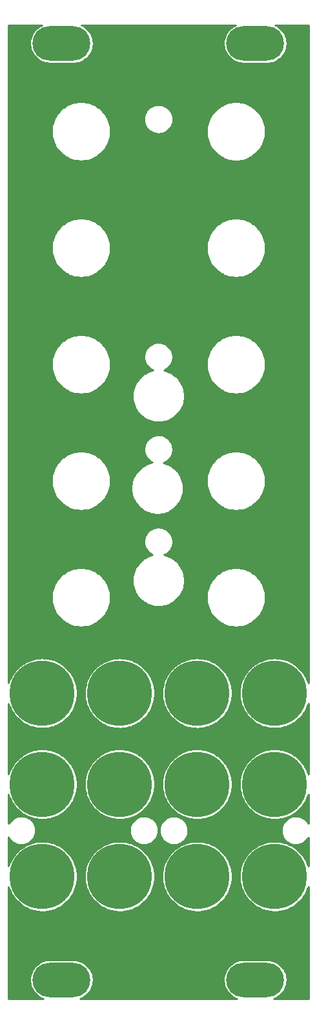
<source format=gbl>
G04 DipTrace 3.3.0.0*
G04 uTides_PCBpanel.GBL*
%MOIN*%
G04 #@! TF.FileFunction,Copper,L2,Bot*
G04 #@! TF.Part,Single*
G04 #@! TA.AperFunction,CopperBalancing*
%ADD15C,0.01*%
G04 #@! TA.AperFunction,ComponentPad*
%ADD18C,0.334646*%
%ADD19O,0.299213X0.177165*%
%FSLAX26Y26*%
G04*
G70*
G90*
G75*
G01*
G04 Bottom*
%LPD*%
X416009Y5419079D2*
D15*
X567663D1*
X810345D2*
X1567663D1*
X1810345D2*
X1962096D1*
X416009Y5409210D2*
X555689D1*
X822319D2*
X1555689D1*
X1822319D2*
X1962096D1*
X416009Y5399341D2*
X546647D1*
X831341D2*
X1546647D1*
X1831341D2*
X1962096D1*
X416009Y5389472D2*
X539655D1*
X838353D2*
X1539655D1*
X1838353D2*
X1962096D1*
X416009Y5379604D2*
X534205D1*
X843803D2*
X1534205D1*
X1843803D2*
X1962096D1*
X416009Y5369735D2*
X530064D1*
X847924D2*
X1530064D1*
X1847924D2*
X1962096D1*
X416009Y5359866D2*
X527076D1*
X850932D2*
X1527076D1*
X1850932D2*
X1962096D1*
X416009Y5349997D2*
X525104D1*
X852885D2*
X1525104D1*
X1852885D2*
X1962096D1*
X416009Y5340129D2*
X524127D1*
X853881D2*
X1524127D1*
X1853881D2*
X1962096D1*
X416009Y5330260D2*
X524108D1*
X853900D2*
X1524108D1*
X1853900D2*
X1962096D1*
X416009Y5320391D2*
X525025D1*
X852983D2*
X1525025D1*
X1852983D2*
X1962096D1*
X416009Y5310522D2*
X526920D1*
X851088D2*
X1526920D1*
X1851088D2*
X1962096D1*
X416009Y5300654D2*
X529849D1*
X848139D2*
X1529849D1*
X1848139D2*
X1962096D1*
X416009Y5290785D2*
X533912D1*
X844076D2*
X1533912D1*
X1844076D2*
X1962096D1*
X416009Y5280916D2*
X539264D1*
X838724D2*
X1539264D1*
X1838724D2*
X1962096D1*
X416009Y5271047D2*
X546177D1*
X831831D2*
X1546177D1*
X1831831D2*
X1962096D1*
X416009Y5261178D2*
X555064D1*
X822944D2*
X1555064D1*
X1822944D2*
X1962096D1*
X416009Y5251310D2*
X566823D1*
X811185D2*
X1566823D1*
X1811185D2*
X1962096D1*
X416009Y5241441D2*
X583697D1*
X794291D2*
X1583697D1*
X1794291D2*
X1962096D1*
X416009Y5231572D2*
X1962096D1*
X416009Y5221703D2*
X1962096D1*
X416009Y5211835D2*
X1962096D1*
X416009Y5201966D2*
X1962096D1*
X416009Y5192097D2*
X1962076D1*
X416009Y5182228D2*
X1962076D1*
X416009Y5172360D2*
X1962076D1*
X416009Y5162491D2*
X1962076D1*
X416009Y5152622D2*
X1962076D1*
X416009Y5142753D2*
X1962076D1*
X416009Y5132885D2*
X1962076D1*
X416009Y5123016D2*
X1962076D1*
X416009Y5113147D2*
X1962076D1*
X416009Y5103278D2*
X1962076D1*
X416009Y5093409D2*
X1962076D1*
X416009Y5083541D2*
X1962076D1*
X416009Y5073672D2*
X1962076D1*
X416009Y5063803D2*
X1962076D1*
X416009Y5053934D2*
X1962076D1*
X416009Y5044066D2*
X1962076D1*
X416009Y5034197D2*
X785631D1*
X792551D2*
X1962076D1*
X416009Y5024328D2*
X734029D1*
X844155D2*
X1535123D1*
X1642963D2*
X1962076D1*
X416009Y5014459D2*
X712955D1*
X865228D2*
X1161315D1*
X1216869D2*
X1513677D1*
X1664428D2*
X1962076D1*
X416009Y5004591D2*
X697681D1*
X880501D2*
X1143248D1*
X1234936D2*
X1498228D1*
X1679877D2*
X1962076D1*
X416009Y4994722D2*
X685592D1*
X892592D2*
X1132311D1*
X1245873D2*
X1486021D1*
X1692084D2*
X1962076D1*
X416009Y4984853D2*
X675631D1*
X902552D2*
X1124732D1*
X1253451D2*
X1475983D1*
X1702104D2*
X1962076D1*
X416009Y4974984D2*
X667311D1*
X910873D2*
X1119341D1*
X1258841D2*
X1467604D1*
X1710501D2*
X1962076D1*
X416009Y4965115D2*
X660280D1*
X917904D2*
X1115689D1*
X1262475D2*
X1460513D1*
X1717592D2*
X1962076D1*
X416009Y4955247D2*
X654323D1*
X923861D2*
X1113521D1*
X1264663D2*
X1454517D1*
X1723568D2*
X1962076D1*
X416009Y4945378D2*
X649341D1*
X928841D2*
X1112681D1*
X1265501D2*
X1449497D1*
X1728608D2*
X1962076D1*
X416009Y4935509D2*
X645201D1*
X932983D2*
X1113131D1*
X1265033D2*
X1445337D1*
X1732768D2*
X1962076D1*
X416009Y4925640D2*
X641861D1*
X936323D2*
X1114928D1*
X1263256D2*
X1441940D1*
X1736147D2*
X1962076D1*
X416009Y4915772D2*
X639224D1*
X938959D2*
X1118131D1*
X1260052D2*
X1439283D1*
X1738803D2*
X1962076D1*
X416009Y4905903D2*
X637291D1*
X940892D2*
X1122975D1*
X1255209D2*
X1437311D1*
X1740776D2*
X1962076D1*
X416009Y4896034D2*
X636021D1*
X942163D2*
X1129849D1*
X1248333D2*
X1436021D1*
X1742084D2*
X1962076D1*
X416009Y4886165D2*
X635396D1*
X942787D2*
X1139615D1*
X1238568D2*
X1435357D1*
X1742728D2*
X1962076D1*
X416009Y4876297D2*
X635416D1*
X942768D2*
X1154752D1*
X1223432D2*
X1435357D1*
X1742748D2*
X1962076D1*
X416009Y4866428D2*
X636060D1*
X942123D2*
X1435983D1*
X1742123D2*
X1962076D1*
X416009Y4856559D2*
X637369D1*
X940815D2*
X1437252D1*
X1740853D2*
X1962076D1*
X416009Y4846690D2*
X639323D1*
X938861D2*
X1439185D1*
X1738920D2*
X1962076D1*
X416009Y4836822D2*
X641979D1*
X936205D2*
X1441803D1*
X1736283D2*
X1962076D1*
X416009Y4826953D2*
X645377D1*
X932807D2*
X1445163D1*
X1732924D2*
X1962076D1*
X416009Y4817084D2*
X649537D1*
X928647D2*
X1449303D1*
X1728803D2*
X1962076D1*
X416009Y4807215D2*
X654576D1*
X923608D2*
X1454283D1*
X1723803D2*
X1962076D1*
X416009Y4797346D2*
X660552D1*
X917631D2*
X1460240D1*
X1717865D2*
X1962076D1*
X416009Y4787478D2*
X667643D1*
X910541D2*
X1467272D1*
X1710833D2*
X1962076D1*
X416009Y4777609D2*
X676041D1*
X902143D2*
X1475592D1*
X1702495D2*
X1962076D1*
X416009Y4767740D2*
X686060D1*
X892123D2*
X1485552D1*
X1692552D2*
X1962076D1*
X416009Y4757871D2*
X698268D1*
X879916D2*
X1497643D1*
X1680463D2*
X1962076D1*
X416009Y4748003D2*
X713717D1*
X864467D2*
X1512916D1*
X1665189D2*
X1962076D1*
X416009Y4738134D2*
X735181D1*
X843001D2*
X1533991D1*
X1644115D2*
X1962076D1*
X416009Y4728265D2*
X1585845D1*
X1592257D2*
X1962076D1*
X416009Y4718396D2*
X1962076D1*
X416009Y4708528D2*
X1962076D1*
X416009Y4698659D2*
X1962076D1*
X416009Y4688790D2*
X1962076D1*
X416009Y4678921D2*
X1962076D1*
X416009Y4669052D2*
X1962076D1*
X416009Y4659184D2*
X1962076D1*
X416009Y4649315D2*
X1962076D1*
X416009Y4639446D2*
X1962076D1*
X416009Y4629577D2*
X1962076D1*
X416009Y4619709D2*
X1962076D1*
X416009Y4609840D2*
X1962076D1*
X416009Y4599971D2*
X1962076D1*
X416009Y4590102D2*
X1962076D1*
X416009Y4580234D2*
X1962076D1*
X416009Y4570365D2*
X1962076D1*
X416009Y4560496D2*
X1962076D1*
X416009Y4550627D2*
X1962076D1*
X416009Y4540759D2*
X1962076D1*
X416009Y4530890D2*
X1962076D1*
X416009Y4521021D2*
X1962076D1*
X416009Y4511152D2*
X1962076D1*
X416009Y4501283D2*
X1962076D1*
X416009Y4491415D2*
X1962076D1*
X416009Y4481546D2*
X1962076D1*
X416009Y4471677D2*
X1962076D1*
X416009Y4461808D2*
X1962076D1*
X416009Y4451940D2*
X1962076D1*
X416009Y4442071D2*
X1962076D1*
X416009Y4432202D2*
X763365D1*
X814819D2*
X1563365D1*
X1614819D2*
X1962076D1*
X416009Y4422333D2*
X729009D1*
X849155D2*
X1529009D1*
X1649155D2*
X1962076D1*
X416009Y4412465D2*
X709517D1*
X868665D2*
X1509517D1*
X1668665D2*
X1962076D1*
X416009Y4402596D2*
X695025D1*
X883159D2*
X1495025D1*
X1683159D2*
X1962076D1*
X416009Y4392727D2*
X683424D1*
X894760D2*
X1483424D1*
X1694760D2*
X1962076D1*
X416009Y4382858D2*
X673833D1*
X904349D2*
X1473833D1*
X1704349D2*
X1962076D1*
X416009Y4372990D2*
X665787D1*
X912396D2*
X1465787D1*
X1712396D2*
X1962076D1*
X416009Y4363121D2*
X658991D1*
X919193D2*
X1458991D1*
X1719193D2*
X1962076D1*
X416009Y4353252D2*
X653248D1*
X924936D2*
X1453248D1*
X1724936D2*
X1962076D1*
X416009Y4343383D2*
X648444D1*
X929740D2*
X1448444D1*
X1729740D2*
X1962076D1*
X416009Y4333514D2*
X644459D1*
X933705D2*
X1444459D1*
X1733705D2*
X1962076D1*
X416009Y4323646D2*
X641256D1*
X936908D2*
X1441256D1*
X1736908D2*
X1962076D1*
X416009Y4313777D2*
X638776D1*
X939408D2*
X1438776D1*
X1739408D2*
X1962076D1*
X416009Y4303908D2*
X636979D1*
X941205D2*
X1436979D1*
X1741205D2*
X1962076D1*
X416009Y4294039D2*
X635845D1*
X942337D2*
X1435845D1*
X1742337D2*
X1962076D1*
X416009Y4284171D2*
X635337D1*
X942827D2*
X1435337D1*
X1742827D2*
X1962076D1*
X416009Y4274302D2*
X635495D1*
X942689D2*
X1435495D1*
X1742689D2*
X1962076D1*
X416009Y4264433D2*
X636276D1*
X941908D2*
X1436276D1*
X1741908D2*
X1962076D1*
X416009Y4254564D2*
X637701D1*
X940483D2*
X1437701D1*
X1740483D2*
X1962076D1*
X416009Y4244696D2*
X639811D1*
X938373D2*
X1439811D1*
X1738373D2*
X1962076D1*
X416009Y4234827D2*
X642604D1*
X935580D2*
X1442604D1*
X1735580D2*
X1962076D1*
X416009Y4224958D2*
X646159D1*
X932025D2*
X1446159D1*
X1732025D2*
X1962076D1*
X416009Y4215089D2*
X650495D1*
X927689D2*
X1450495D1*
X1727689D2*
X1962076D1*
X416009Y4205220D2*
X655689D1*
X922475D2*
X1455689D1*
X1722475D2*
X1962076D1*
X416009Y4195352D2*
X661900D1*
X916283D2*
X1461900D1*
X1716283D2*
X1962076D1*
X416009Y4185483D2*
X669224D1*
X908959D2*
X1469224D1*
X1708959D2*
X1962076D1*
X416009Y4175614D2*
X677916D1*
X900268D2*
X1477916D1*
X1700268D2*
X1962076D1*
X416009Y4165745D2*
X688327D1*
X889837D2*
X1488327D1*
X1689837D2*
X1962076D1*
X416009Y4155877D2*
X701080D1*
X877104D2*
X1501080D1*
X1677104D2*
X1962076D1*
X416009Y4146008D2*
X717428D1*
X860756D2*
X1517428D1*
X1660756D2*
X1962076D1*
X416009Y4136139D2*
X740924D1*
X837240D2*
X1540924D1*
X1637240D2*
X1962076D1*
X416009Y4126270D2*
X1962076D1*
X416009Y4116402D2*
X1962076D1*
X416009Y4106533D2*
X1962056D1*
X416009Y4096664D2*
X1962056D1*
X416009Y4086795D2*
X1962056D1*
X416009Y4076927D2*
X1962056D1*
X416009Y4067058D2*
X1962056D1*
X416009Y4057189D2*
X1962056D1*
X416009Y4047320D2*
X1962056D1*
X416009Y4037451D2*
X1962056D1*
X416009Y4027583D2*
X1962056D1*
X416009Y4017714D2*
X1962056D1*
X416009Y4007845D2*
X1962056D1*
X416009Y3997976D2*
X1962056D1*
X416009Y3988108D2*
X1962056D1*
X416009Y3978239D2*
X1962056D1*
X416009Y3968370D2*
X1962056D1*
X416009Y3958501D2*
X1962056D1*
X416009Y3948633D2*
X1962056D1*
X416009Y3938764D2*
X1962056D1*
X416009Y3928895D2*
X1962056D1*
X416009Y3919026D2*
X1962056D1*
X416009Y3909157D2*
X1962056D1*
X416009Y3899289D2*
X1962056D1*
X416009Y3889420D2*
X1962056D1*
X416009Y3879551D2*
X1962056D1*
X416009Y3869682D2*
X1962056D1*
X416009Y3859814D2*
X1962056D1*
X416009Y3849945D2*
X1962056D1*
X416009Y3840076D2*
X1962056D1*
X416009Y3830207D2*
X753327D1*
X824857D2*
X1553327D1*
X1624857D2*
X1962056D1*
X416009Y3820339D2*
X724479D1*
X853705D2*
X1524479D1*
X1653705D2*
X1962056D1*
X416009Y3810470D2*
X706295D1*
X871888D2*
X1506295D1*
X1671888D2*
X1962056D1*
X416009Y3800601D2*
X692487D1*
X885697D2*
X1492487D1*
X1685697D2*
X1962056D1*
X416009Y3790732D2*
X681333D1*
X896831D2*
X1164849D1*
X1213333D2*
X1481333D1*
X1696831D2*
X1962056D1*
X416009Y3780864D2*
X672096D1*
X906088D2*
X1145220D1*
X1232963D2*
X1472096D1*
X1706088D2*
X1962056D1*
X416009Y3770995D2*
X664323D1*
X913861D2*
X1133853D1*
X1244331D2*
X1464323D1*
X1713861D2*
X1962056D1*
X416009Y3761126D2*
X657740D1*
X920444D2*
X1126041D1*
X1252143D2*
X1457740D1*
X1720444D2*
X1962056D1*
X416009Y3751257D2*
X652213D1*
X925971D2*
X1120533D1*
X1257651D2*
X1452213D1*
X1725971D2*
X1962056D1*
X416009Y3741388D2*
X647564D1*
X930600D2*
X1116783D1*
X1261400D2*
X1447564D1*
X1730600D2*
X1962056D1*
X416009Y3731520D2*
X643756D1*
X934428D2*
X1114537D1*
X1263627D2*
X1443756D1*
X1734428D2*
X1962056D1*
X416009Y3721651D2*
X640709D1*
X937475D2*
X1113677D1*
X1264505D2*
X1440709D1*
X1737475D2*
X1962056D1*
X416009Y3711782D2*
X638365D1*
X939819D2*
X1114108D1*
X1264076D2*
X1438365D1*
X1739819D2*
X1962056D1*
X416009Y3701913D2*
X636705D1*
X941479D2*
X1115885D1*
X1262299D2*
X1436705D1*
X1741479D2*
X1962056D1*
X416009Y3692045D2*
X635689D1*
X942495D2*
X1119108D1*
X1259076D2*
X1435689D1*
X1742495D2*
X1962056D1*
X416009Y3682176D2*
X635319D1*
X942865D2*
X1123991D1*
X1254193D2*
X1435319D1*
X1742865D2*
X1962056D1*
X416009Y3672307D2*
X635592D1*
X942592D2*
X1130944D1*
X1247240D2*
X1435592D1*
X1742592D2*
X1962056D1*
X416009Y3662438D2*
X636509D1*
X941673D2*
X1140904D1*
X1237280D2*
X1436509D1*
X1741673D2*
X1962056D1*
X416009Y3652570D2*
X638072D1*
X940112D2*
X1156588D1*
X1221596D2*
X1438072D1*
X1740112D2*
X1962056D1*
X416009Y3642701D2*
X640319D1*
X937865D2*
X1134479D1*
X1243705D2*
X1440319D1*
X1737865D2*
X1962056D1*
X416009Y3632832D2*
X643268D1*
X934916D2*
X1115807D1*
X1262377D2*
X1443268D1*
X1734916D2*
X1962056D1*
X416009Y3622963D2*
X646959D1*
X931224D2*
X1102173D1*
X1276009D2*
X1446959D1*
X1731224D2*
X1962056D1*
X416009Y3613094D2*
X651471D1*
X926713D2*
X1091432D1*
X1286752D2*
X1451471D1*
X1726713D2*
X1962056D1*
X416009Y3603226D2*
X656861D1*
X921323D2*
X1082681D1*
X1295483D2*
X1456861D1*
X1721323D2*
X1962056D1*
X416009Y3593357D2*
X663268D1*
X914896D2*
X1075475D1*
X1302709D2*
X1463268D1*
X1714896D2*
X1962056D1*
X416009Y3583488D2*
X670865D1*
X907319D2*
X1069517D1*
X1308665D2*
X1470865D1*
X1707319D2*
X1962056D1*
X416009Y3573619D2*
X679869D1*
X898315D2*
X1064635D1*
X1313549D2*
X1479869D1*
X1698315D2*
X1962056D1*
X416009Y3563751D2*
X690689D1*
X887495D2*
X1060709D1*
X1317475D2*
X1490689D1*
X1687495D2*
X1962056D1*
X416009Y3553882D2*
X704029D1*
X874155D2*
X1057623D1*
X1320560D2*
X1504029D1*
X1674155D2*
X1962056D1*
X416009Y3544013D2*
X721373D1*
X856791D2*
X1055357D1*
X1322827D2*
X1521373D1*
X1656791D2*
X1962056D1*
X416009Y3534144D2*
X747584D1*
X830580D2*
X1053853D1*
X1324331D2*
X1547584D1*
X1630580D2*
X1962056D1*
X416009Y3524276D2*
X1053072D1*
X1325112D2*
X1962056D1*
X416009Y3514407D2*
X1053033D1*
X1325151D2*
X1962056D1*
X416009Y3504538D2*
X1053697D1*
X1324487D2*
X1962056D1*
X416009Y3494669D2*
X1055104D1*
X1323080D2*
X1962056D1*
X416009Y3484801D2*
X1057272D1*
X1320912D2*
X1962056D1*
X416009Y3474932D2*
X1060240D1*
X1317944D2*
X1962056D1*
X416009Y3465063D2*
X1064049D1*
X1314135D2*
X1962056D1*
X416009Y3455194D2*
X1068795D1*
X1309388D2*
X1962056D1*
X416009Y3445325D2*
X1074596D1*
X1303588D2*
X1962056D1*
X416009Y3435457D2*
X1081608D1*
X1296576D2*
X1962056D1*
X416009Y3425588D2*
X1090123D1*
X1288060D2*
X1962056D1*
X416009Y3415719D2*
X1100552D1*
X1277631D2*
X1962056D1*
X416009Y3405850D2*
X1113697D1*
X1264487D2*
X1962056D1*
X416009Y3395982D2*
X1131432D1*
X1246752D2*
X1962056D1*
X416009Y3386113D2*
X1161803D1*
X1216381D2*
X1962056D1*
X416009Y3376244D2*
X1962056D1*
X416009Y3366375D2*
X1962056D1*
X416009Y3356507D2*
X1962056D1*
X416009Y3346638D2*
X1962056D1*
X416009Y3336769D2*
X1962056D1*
X416009Y3326900D2*
X1962056D1*
X416009Y3317031D2*
X1172760D1*
X1205424D2*
X1962056D1*
X416009Y3307163D2*
X1148404D1*
X1229780D2*
X1962056D1*
X416009Y3297294D2*
X1135924D1*
X1242260D2*
X1962056D1*
X416009Y3287425D2*
X1127487D1*
X1250677D2*
X1962056D1*
X416009Y3277556D2*
X1121549D1*
X1256635D2*
X1962056D1*
X416009Y3267688D2*
X1117467D1*
X1260717D2*
X1962056D1*
X416009Y3257819D2*
X1114908D1*
X1263276D2*
X1962056D1*
X416009Y3247950D2*
X1113756D1*
X1264428D2*
X1962056D1*
X416009Y3238081D2*
X1113892D1*
X1264272D2*
X1962056D1*
X416009Y3228213D2*
X745689D1*
X832495D2*
X1115377D1*
X1262787D2*
X1545689D1*
X1632495D2*
X1962056D1*
X416009Y3218344D2*
X720280D1*
X857904D2*
X1118287D1*
X1259896D2*
X1520280D1*
X1657904D2*
X1962056D1*
X416009Y3208475D2*
X703228D1*
X874955D2*
X1122780D1*
X1255404D2*
X1503228D1*
X1674955D2*
X1962056D1*
X416009Y3198606D2*
X690045D1*
X888139D2*
X1129244D1*
X1248940D2*
X1490045D1*
X1688139D2*
X1962056D1*
X416009Y3188738D2*
X679341D1*
X898841D2*
X1138424D1*
X1239760D2*
X1479341D1*
X1698841D2*
X1962056D1*
X416009Y3178869D2*
X670416D1*
X907768D2*
X1152388D1*
X1225795D2*
X1470416D1*
X1707768D2*
X1962056D1*
X416009Y3169000D2*
X662896D1*
X915287D2*
X1131217D1*
X1234467D2*
X1462896D1*
X1715287D2*
X1962056D1*
X416009Y3159131D2*
X656549D1*
X921635D2*
X1111568D1*
X1254115D2*
X1456549D1*
X1721635D2*
X1962056D1*
X416009Y3149262D2*
X651197D1*
X926987D2*
X1097467D1*
X1268217D2*
X1451197D1*
X1726987D2*
X1962056D1*
X416009Y3139394D2*
X646744D1*
X931440D2*
X1086412D1*
X1279272D2*
X1446744D1*
X1731440D2*
X1962056D1*
X416009Y3129525D2*
X643092D1*
X935092D2*
X1077448D1*
X1288236D2*
X1443092D1*
X1735092D2*
X1962056D1*
X416009Y3119656D2*
X640181D1*
X938001D2*
X1070064D1*
X1295619D2*
X1440181D1*
X1738001D2*
X1962056D1*
X416009Y3109787D2*
X637975D1*
X940209D2*
X1063971D1*
X1301713D2*
X1437975D1*
X1740209D2*
X1962056D1*
X416009Y3099919D2*
X636451D1*
X941732D2*
X1058951D1*
X1306732D2*
X1436451D1*
X1741732D2*
X1962056D1*
X416009Y3090050D2*
X635572D1*
X942612D2*
X1054908D1*
X1310776D2*
X1435572D1*
X1742612D2*
X1962056D1*
X416009Y3080181D2*
X635319D1*
X942845D2*
X1051724D1*
X1313959D2*
X1435319D1*
X1742845D2*
X1962056D1*
X416009Y3070312D2*
X635728D1*
X942455D2*
X1049361D1*
X1316323D2*
X1435728D1*
X1742455D2*
X1962056D1*
X416009Y3060444D2*
X636764D1*
X941400D2*
X1047740D1*
X1317924D2*
X1436764D1*
X1741400D2*
X1962056D1*
X416009Y3050575D2*
X638483D1*
X939701D2*
X1046881D1*
X1318803D2*
X1438483D1*
X1739701D2*
X1962056D1*
X416009Y3040706D2*
X640845D1*
X937319D2*
X1046744D1*
X1318940D2*
X1440845D1*
X1737319D2*
X1962056D1*
X416009Y3030837D2*
X643951D1*
X934232D2*
X1047331D1*
X1318353D2*
X1443951D1*
X1734232D2*
X1962056D1*
X416009Y3020969D2*
X647799D1*
X930385D2*
X1048639D1*
X1317045D2*
X1447799D1*
X1730385D2*
X1962056D1*
X416009Y3011100D2*
X652487D1*
X925697D2*
X1050709D1*
X1314975D2*
X1452487D1*
X1725697D2*
X1962037D1*
X416009Y3001231D2*
X658072D1*
X920112D2*
X1053560D1*
X1312123D2*
X1458072D1*
X1720112D2*
X1962037D1*
X416009Y2991362D2*
X664713D1*
X913471D2*
X1057272D1*
X1308412D2*
X1464713D1*
X1713471D2*
X1962037D1*
X416009Y2981493D2*
X672564D1*
X905619D2*
X1061881D1*
X1303803D2*
X1472564D1*
X1705619D2*
X1962037D1*
X416009Y2971625D2*
X681900D1*
X896283D2*
X1067545D1*
X1298139D2*
X1481900D1*
X1696283D2*
X1962037D1*
X416009Y2961756D2*
X693151D1*
X885033D2*
X1074400D1*
X1291283D2*
X1493151D1*
X1685033D2*
X1962037D1*
X416009Y2951887D2*
X707135D1*
X871029D2*
X1082701D1*
X1282983D2*
X1507135D1*
X1671029D2*
X1962037D1*
X416009Y2942018D2*
X725651D1*
X852533D2*
X1092857D1*
X1272827D2*
X1525651D1*
X1652533D2*
X1962037D1*
X416009Y2932150D2*
X755709D1*
X822475D2*
X1105592D1*
X1260092D2*
X1555709D1*
X1622475D2*
X1962037D1*
X416009Y2922281D2*
X1122545D1*
X1243139D2*
X1962037D1*
X416009Y2912412D2*
X1149888D1*
X1215795D2*
X1962037D1*
X416009Y2902543D2*
X1962037D1*
X416009Y2892675D2*
X1962037D1*
X416009Y2882806D2*
X1962037D1*
X416009Y2872937D2*
X1962037D1*
X416009Y2863068D2*
X1962037D1*
X416009Y2853199D2*
X1962037D1*
X416009Y2843331D2*
X1962037D1*
X416009Y2833462D2*
X1151315D1*
X1226869D2*
X1962037D1*
X416009Y2823593D2*
X1137760D1*
X1240404D2*
X1962037D1*
X416009Y2813724D2*
X1128776D1*
X1249408D2*
X1962037D1*
X416009Y2803856D2*
X1122448D1*
X1255736D2*
X1962037D1*
X416009Y2793987D2*
X1118072D1*
X1260112D2*
X1962037D1*
X416009Y2784118D2*
X1115260D1*
X1262924D2*
X1962037D1*
X416009Y2774249D2*
X1113853D1*
X1264331D2*
X1962037D1*
X416009Y2764381D2*
X1113776D1*
X1264408D2*
X1962037D1*
X416009Y2754512D2*
X1115025D1*
X1263159D2*
X1962037D1*
X416009Y2744643D2*
X1117663D1*
X1260521D2*
X1962037D1*
X416009Y2734774D2*
X1121861D1*
X1256323D2*
X1962037D1*
X416009Y2724906D2*
X1127936D1*
X1250248D2*
X1962037D1*
X416009Y2715037D2*
X1136549D1*
X1241635D2*
X1962037D1*
X416009Y2705168D2*
X1149361D1*
X1228823D2*
X1962037D1*
X416009Y2695299D2*
X1140669D1*
X1237513D2*
X1962037D1*
X416009Y2685430D2*
X1119908D1*
X1258276D2*
X1962037D1*
X416009Y2675562D2*
X1105299D1*
X1272885D2*
X1962037D1*
X416009Y2665693D2*
X1093932D1*
X1284252D2*
X1962037D1*
X416009Y2655824D2*
X1084752D1*
X1293432D2*
X1962037D1*
X416009Y2645955D2*
X1077173D1*
X1301009D2*
X1962037D1*
X416009Y2636087D2*
X1070924D1*
X1307260D2*
X1962037D1*
X416009Y2626218D2*
X739303D1*
X838881D2*
X1065787D1*
X1312396D2*
X1539303D1*
X1638881D2*
X1962037D1*
X416009Y2616349D2*
X716392D1*
X861791D2*
X1061608D1*
X1316556D2*
X1516392D1*
X1661791D2*
X1962037D1*
X416009Y2606480D2*
X700319D1*
X877865D2*
X1058327D1*
X1319857D2*
X1500319D1*
X1677865D2*
X1962037D1*
X416009Y2596612D2*
X687720D1*
X890463D2*
X1055865D1*
X1322319D2*
X1487720D1*
X1690463D2*
X1962037D1*
X416009Y2586743D2*
X677408D1*
X900776D2*
X1054165D1*
X1324017D2*
X1477408D1*
X1700776D2*
X1962037D1*
X416009Y2576874D2*
X668795D1*
X909388D2*
X1053209D1*
X1324975D2*
X1468795D1*
X1709388D2*
X1962037D1*
X416009Y2567005D2*
X661529D1*
X916655D2*
X1052975D1*
X1325209D2*
X1461529D1*
X1716655D2*
X1962037D1*
X416009Y2557136D2*
X655396D1*
X922787D2*
X1053463D1*
X1324720D2*
X1455396D1*
X1722787D2*
X1962037D1*
X416009Y2547268D2*
X650220D1*
X927944D2*
X1054673D1*
X1323509D2*
X1450220D1*
X1727944D2*
X1962037D1*
X416009Y2537399D2*
X645944D1*
X932240D2*
X1056647D1*
X1321537D2*
X1445944D1*
X1732240D2*
X1962037D1*
X416009Y2527530D2*
X642448D1*
X935736D2*
X1059400D1*
X1318783D2*
X1442448D1*
X1735736D2*
X1962037D1*
X416009Y2517661D2*
X639673D1*
X938509D2*
X1062995D1*
X1315189D2*
X1439673D1*
X1738509D2*
X1962037D1*
X416009Y2507793D2*
X637604D1*
X940580D2*
X1067487D1*
X1310677D2*
X1437604D1*
X1740580D2*
X1962037D1*
X416009Y2497924D2*
X636217D1*
X941967D2*
X1073013D1*
X1305169D2*
X1436217D1*
X1741967D2*
X1962037D1*
X416009Y2488055D2*
X635455D1*
X942709D2*
X1079713D1*
X1298471D2*
X1435455D1*
X1742709D2*
X1962037D1*
X416009Y2478186D2*
X635357D1*
X942827D2*
X1087799D1*
X1290365D2*
X1435357D1*
X1742827D2*
X1962037D1*
X416009Y2468318D2*
X635885D1*
X942299D2*
X1097701D1*
X1280483D2*
X1435885D1*
X1742299D2*
X1962037D1*
X416009Y2458449D2*
X637056D1*
X941127D2*
X1110045D1*
X1268139D2*
X1437056D1*
X1741127D2*
X1962037D1*
X416009Y2448580D2*
X638892D1*
X939291D2*
X1126315D1*
X1251869D2*
X1438892D1*
X1739291D2*
X1962037D1*
X416009Y2438711D2*
X641412D1*
X936752D2*
X1151373D1*
X1226791D2*
X1441412D1*
X1736752D2*
X1962037D1*
X416009Y2428843D2*
X644673D1*
X933509D2*
X1444673D1*
X1733509D2*
X1962037D1*
X416009Y2418974D2*
X648677D1*
X929505D2*
X1448677D1*
X1729505D2*
X1962037D1*
X416009Y2409105D2*
X653541D1*
X924643D2*
X1453541D1*
X1724643D2*
X1962037D1*
X416009Y2399236D2*
X659323D1*
X918861D2*
X1459323D1*
X1718861D2*
X1962037D1*
X416009Y2389367D2*
X666197D1*
X911987D2*
X1466197D1*
X1711987D2*
X1962037D1*
X416009Y2379499D2*
X674323D1*
X903861D2*
X1474323D1*
X1703861D2*
X1962037D1*
X416009Y2369630D2*
X683991D1*
X894173D2*
X1483991D1*
X1694173D2*
X1962037D1*
X416009Y2359761D2*
X695728D1*
X882455D2*
X1495728D1*
X1682455D2*
X1962037D1*
X416009Y2349892D2*
X710436D1*
X867748D2*
X1510436D1*
X1667748D2*
X1962037D1*
X416009Y2340024D2*
X730319D1*
X847865D2*
X1530319D1*
X1647865D2*
X1962037D1*
X416009Y2330155D2*
X766900D1*
X811283D2*
X1566900D1*
X1611283D2*
X1962037D1*
X416009Y2320286D2*
X1962037D1*
X416009Y2310417D2*
X1962037D1*
X416009Y2300549D2*
X1962037D1*
X416009Y2290680D2*
X1962037D1*
X416009Y2280811D2*
X1962037D1*
X416009Y2270942D2*
X1962037D1*
X416009Y2261073D2*
X1962037D1*
X416009Y2251205D2*
X1962037D1*
X416009Y2241336D2*
X1962037D1*
X416009Y2231467D2*
X1962037D1*
X416009Y2221598D2*
X1962037D1*
X416009Y2211730D2*
X1962037D1*
X416009Y2201861D2*
X1962037D1*
X416009Y2191992D2*
X1962037D1*
X416009Y2182123D2*
X1962037D1*
X416009Y2172255D2*
X1962037D1*
X416009Y2162386D2*
X537740D1*
X640268D2*
X938013D1*
X1040169D2*
X1338013D1*
X1440169D2*
X1737740D1*
X1840248D2*
X1962037D1*
X416009Y2152517D2*
X511353D1*
X666655D2*
X911549D1*
X1066635D2*
X1311549D1*
X1466635D2*
X1711353D1*
X1866655D2*
X1962037D1*
X416009Y2142648D2*
X492975D1*
X685033D2*
X893151D1*
X1085033D2*
X1293151D1*
X1485033D2*
X1692975D1*
X1885013D2*
X1962037D1*
X416009Y2132780D2*
X478501D1*
X699505D2*
X878659D1*
X1099525D2*
X1278659D1*
X1499525D2*
X1678501D1*
X1899487D2*
X1962037D1*
X416009Y2122911D2*
X466529D1*
X711479D2*
X866685D1*
X1111497D2*
X1266685D1*
X1511497D2*
X1666529D1*
X1911459D2*
X1962037D1*
X416009Y2113042D2*
X456373D1*
X721635D2*
X856509D1*
X1121673D2*
X1256509D1*
X1521673D2*
X1656373D1*
X1921615D2*
X1962037D1*
X416009Y2103173D2*
X447643D1*
X730365D2*
X847780D1*
X1130404D2*
X1247780D1*
X1530404D2*
X1647643D1*
X1930345D2*
X1962037D1*
X416009Y2093304D2*
X440084D1*
X737924D2*
X840201D1*
X1137983D2*
X1240201D1*
X1537983D2*
X1640064D1*
X1937924D2*
X1962037D1*
X416009Y2083436D2*
X433521D1*
X744505D2*
X833639D1*
X1144545D2*
X1233639D1*
X1544545D2*
X1633501D1*
X1944487D2*
X1962037D1*
X416009Y2073567D2*
X427819D1*
X750189D2*
X827936D1*
X1150248D2*
X1227936D1*
X1550248D2*
X1627819D1*
X1950169D2*
X1962037D1*
X416009Y2063698D2*
X422927D1*
X755092D2*
X823033D1*
X1155151D2*
X1223033D1*
X1555151D2*
X1622896D1*
X1955092D2*
X1962037D1*
X759291Y2053829D2*
X818833D1*
X1159349D2*
X1218833D1*
X1559349D2*
X1618717D1*
X762807Y2043961D2*
X815299D1*
X1162885D2*
X1215299D1*
X1562885D2*
X1615181D1*
X765717Y2034092D2*
X812388D1*
X1165795D2*
X1212388D1*
X1565795D2*
X1612272D1*
X768021Y2024223D2*
X810084D1*
X1168100D2*
X1210084D1*
X1568100D2*
X1609967D1*
X769780Y2014354D2*
X808327D1*
X1169837D2*
X1208327D1*
X1569837D2*
X1608228D1*
X770951Y2004486D2*
X807155D1*
X1171029D2*
X1207155D1*
X1571029D2*
X1607037D1*
X771596Y1994617D2*
X806491D1*
X1171673D2*
X1206491D1*
X1571673D2*
X1606392D1*
X771713Y1984748D2*
X806392D1*
X1171791D2*
X1206392D1*
X1571791D2*
X1606295D1*
X771264Y1974879D2*
X806823D1*
X1171361D2*
X1206823D1*
X1571361D2*
X1606724D1*
X770307Y1965010D2*
X807799D1*
X1170385D2*
X1207799D1*
X1570385D2*
X1607701D1*
X768783Y1955142D2*
X809303D1*
X1168881D2*
X1209303D1*
X1568881D2*
X1609224D1*
X766693Y1945273D2*
X811392D1*
X1166791D2*
X1211392D1*
X1566791D2*
X1611315D1*
X764017Y1935404D2*
X814049D1*
X1164135D2*
X1214049D1*
X1564135D2*
X1613971D1*
X760756Y1925535D2*
X817331D1*
X1160853D2*
X1217331D1*
X1560853D2*
X1617252D1*
X416009Y1915667D2*
X421210D1*
X756811D2*
X821256D1*
X1156928D2*
X1221256D1*
X1556928D2*
X1621177D1*
X1956811D2*
X1962043D1*
X416009Y1905798D2*
X425807D1*
X752201D2*
X825865D1*
X1152319D2*
X1225865D1*
X1552319D2*
X1625807D1*
X1952181D2*
X1962017D1*
X416009Y1895929D2*
X431177D1*
X746831D2*
X831236D1*
X1146948D2*
X1231236D1*
X1546948D2*
X1631177D1*
X1946811D2*
X1962017D1*
X416009Y1886060D2*
X437408D1*
X740619D2*
X837448D1*
X1140736D2*
X1237448D1*
X1540736D2*
X1637388D1*
X1940600D2*
X1962017D1*
X416009Y1876192D2*
X444556D1*
X733451D2*
X844596D1*
X1133588D2*
X1244596D1*
X1533588D2*
X1644537D1*
X1933451D2*
X1962017D1*
X416009Y1866323D2*
X452799D1*
X725209D2*
X852837D1*
X1125345D2*
X1252837D1*
X1525345D2*
X1652799D1*
X1925189D2*
X1962017D1*
X416009Y1856454D2*
X462369D1*
X715639D2*
X862408D1*
X1115776D2*
X1262408D1*
X1515776D2*
X1662349D1*
X1915639D2*
X1962017D1*
X416009Y1846585D2*
X473560D1*
X704448D2*
X873580D1*
X1104584D2*
X1273580D1*
X1504584D2*
X1673560D1*
X1904428D2*
X1962017D1*
X416009Y1836717D2*
X486959D1*
X691068D2*
X886959D1*
X1091224D2*
X1286959D1*
X1491224D2*
X1686940D1*
X1891049D2*
X1962017D1*
X416009Y1826848D2*
X503541D1*
X674467D2*
X903521D1*
X1074643D2*
X1303521D1*
X1474643D2*
X1703541D1*
X1874448D2*
X1962017D1*
X416009Y1816979D2*
X525865D1*
X652143D2*
X925807D1*
X1052377D2*
X1325807D1*
X1452377D2*
X1725865D1*
X1852123D2*
X1962017D1*
X416009Y1807110D2*
X568209D1*
X609819D2*
X967799D1*
X1010365D2*
X1367799D1*
X1410365D2*
X1768189D1*
X1809799D2*
X1962017D1*
X416009Y1797241D2*
X1962017D1*
X416009Y1787373D2*
X1962017D1*
X416009Y1777504D2*
X1962017D1*
X416009Y1767635D2*
X1962017D1*
X416009Y1757766D2*
X1962017D1*
X416009Y1747898D2*
X1962017D1*
X416009Y1738029D2*
X1962017D1*
X416009Y1728160D2*
X1962017D1*
X416009Y1718291D2*
X1962017D1*
X416009Y1708423D2*
X1962017D1*
X416009Y1698554D2*
X560005D1*
X618001D2*
X960005D1*
X1018001D2*
X1360005D1*
X1418001D2*
X1760005D1*
X1818001D2*
X1962017D1*
X416009Y1688685D2*
X522955D1*
X655033D2*
X922955D1*
X1055033D2*
X1322955D1*
X1455033D2*
X1722955D1*
X1855033D2*
X1962017D1*
X416009Y1678816D2*
X501509D1*
X676497D2*
X901509D1*
X1076497D2*
X1301509D1*
X1476497D2*
X1701509D1*
X1876497D2*
X1962017D1*
X416009Y1668948D2*
X485337D1*
X692651D2*
X885337D1*
X1092651D2*
X1285337D1*
X1492651D2*
X1685337D1*
X1892651D2*
X1962017D1*
X416009Y1659079D2*
X472232D1*
X705756D2*
X872232D1*
X1105756D2*
X1272232D1*
X1505756D2*
X1672232D1*
X1905756D2*
X1962017D1*
X416009Y1649210D2*
X461236D1*
X716772D2*
X861236D1*
X1116752D2*
X1261236D1*
X1516772D2*
X1661236D1*
X1916772D2*
X1962017D1*
X416009Y1639341D2*
X451841D1*
X726165D2*
X851841D1*
X1126165D2*
X1251841D1*
X1526165D2*
X1651841D1*
X1926165D2*
X1962017D1*
X416009Y1629472D2*
X443717D1*
X734291D2*
X843717D1*
X1134291D2*
X1243717D1*
X1534291D2*
X1643717D1*
X1934291D2*
X1962017D1*
X416009Y1619604D2*
X436665D1*
X741341D2*
X836665D1*
X1141341D2*
X1236665D1*
X1541341D2*
X1636665D1*
X1941341D2*
X1962017D1*
X416009Y1609735D2*
X430552D1*
X747455D2*
X830552D1*
X1147455D2*
X1230552D1*
X1547455D2*
X1630552D1*
X1947455D2*
X1962017D1*
X416009Y1599866D2*
X425260D1*
X752748D2*
X825260D1*
X1152728D2*
X1225260D1*
X1552748D2*
X1625260D1*
X1952748D2*
X1962017D1*
X416009Y1589997D2*
X420702D1*
X757280D2*
X820728D1*
X1157280D2*
X1220728D1*
X1557280D2*
X1620728D1*
X1957280D2*
X1962007D1*
X761127Y1580129D2*
X816861D1*
X1161127D2*
X1216861D1*
X1561127D2*
X1616861D1*
X764349Y1570260D2*
X813659D1*
X1164349D2*
X1213659D1*
X1564349D2*
X1613659D1*
X766948Y1560391D2*
X811060D1*
X1166948D2*
X1211060D1*
X1566948D2*
X1611060D1*
X768959Y1550522D2*
X809029D1*
X1168959D2*
X1209029D1*
X1568959D2*
X1609029D1*
X770424Y1540654D2*
X807564D1*
X1170424D2*
X1207564D1*
X1570424D2*
X1607564D1*
X771341Y1530785D2*
X806665D1*
X1171341D2*
X1206665D1*
X1571341D2*
X1606665D1*
X771713Y1520916D2*
X806295D1*
X1171713D2*
X1206295D1*
X1571713D2*
X1606295D1*
X771556Y1511047D2*
X806451D1*
X1171556D2*
X1206451D1*
X1571556D2*
X1606451D1*
X770853Y1501178D2*
X807155D1*
X1170853D2*
X1207155D1*
X1570853D2*
X1607155D1*
X769604Y1491310D2*
X808404D1*
X1169604D2*
X1208404D1*
X1569604D2*
X1608404D1*
X767807Y1481441D2*
X810201D1*
X1167807D2*
X1210201D1*
X1567807D2*
X1610201D1*
X765424Y1471572D2*
X812584D1*
X1165424D2*
X1212584D1*
X1565424D2*
X1612584D1*
X762455Y1461703D2*
X815552D1*
X1162455D2*
X1215552D1*
X1562455D2*
X1615552D1*
X416009Y1451835D2*
X419142D1*
X758861D2*
X819147D1*
X1158861D2*
X1219147D1*
X1558861D2*
X1619147D1*
X1958861D2*
X1962007D1*
X416009Y1441966D2*
X423395D1*
X754584D2*
X823404D1*
X1154584D2*
X1223404D1*
X1554584D2*
X1623404D1*
X1954584D2*
X1962017D1*
X416009Y1432097D2*
X428404D1*
X749604D2*
X828404D1*
X1149604D2*
X1228404D1*
X1549604D2*
X1628404D1*
X1949604D2*
X1962017D1*
X416009Y1422228D2*
X434185D1*
X743823D2*
X834185D1*
X1143803D2*
X1234185D1*
X1543823D2*
X1634185D1*
X1943823D2*
X1962017D1*
X416009Y1412360D2*
X440865D1*
X737143D2*
X840865D1*
X1137143D2*
X1240865D1*
X1537143D2*
X1640865D1*
X1937143D2*
X1962017D1*
X416009Y1402491D2*
X448541D1*
X729467D2*
X848541D1*
X1129467D2*
X1248541D1*
X1529467D2*
X1648541D1*
X1929467D2*
X1962017D1*
X416009Y1392622D2*
X457408D1*
X720580D2*
X857408D1*
X1120580D2*
X1257428D1*
X1520580D2*
X1657408D1*
X1920580D2*
X1962017D1*
X416009Y1382753D2*
X467760D1*
X710248D2*
X867740D1*
X1110248D2*
X1267760D1*
X1510248D2*
X1667760D1*
X1910248D2*
X1962017D1*
X416009Y1372885D2*
X479948D1*
X698041D2*
X879948D1*
X1098041D2*
X1279948D1*
X1498041D2*
X1679948D1*
X1898041D2*
X1962017D1*
X416009Y1363016D2*
X494772D1*
X683236D2*
X894772D1*
X1083236D2*
X1294772D1*
X1483236D2*
X1694772D1*
X1883236D2*
X1962017D1*
X416009Y1353147D2*
X459576D1*
X501596D2*
X513736D1*
X664272D2*
X913736D1*
X1064272D2*
X1093072D1*
X1135092D2*
X1247076D1*
X1289096D2*
X1313736D1*
X1464272D2*
X1713736D1*
X1864272D2*
X1876588D1*
X1918608D2*
X1962017D1*
X416009Y1343278D2*
X438131D1*
X523041D2*
X541685D1*
X636323D2*
X941685D1*
X1036323D2*
X1071647D1*
X1156537D2*
X1225631D1*
X1310541D2*
X1341685D1*
X1436323D2*
X1741685D1*
X1836323D2*
X1855143D1*
X1940033D2*
X1962017D1*
X416009Y1333409D2*
X426295D1*
X534896D2*
X1059791D1*
X1168392D2*
X1213795D1*
X1322396D2*
X1843287D1*
X1951888D2*
X1962017D1*
X542983Y1323541D2*
X1051685D1*
X1176479D2*
X1205689D1*
X1330483D2*
X1835201D1*
X548685Y1313672D2*
X1045983D1*
X1182201D2*
X1199987D1*
X1336185D2*
X1829479D1*
X552592Y1303803D2*
X1042096D1*
X1186088D2*
X1196080D1*
X1340092D2*
X1825592D1*
X554975Y1293934D2*
X1039713D1*
X1188471D2*
X1193720D1*
X1342475D2*
X1823209D1*
X555991Y1284066D2*
X1038697D1*
X1189487D2*
X1192689D1*
X1343491D2*
X1822193D1*
X555677Y1274197D2*
X1039009D1*
X1189173D2*
X1193000D1*
X1343177D2*
X1822505D1*
X554037Y1264328D2*
X1040651D1*
X1187533D2*
X1194655D1*
X1341537D2*
X1824147D1*
X550971Y1254459D2*
X1043717D1*
X1184467D2*
X1197720D1*
X1338471D2*
X1827213D1*
X546264Y1244591D2*
X1048424D1*
X1179760D2*
X1202408D1*
X1333764D2*
X1831920D1*
X416009Y1234722D2*
X421639D1*
X539545D2*
X1055143D1*
X1173041D2*
X1209147D1*
X1327045D2*
X1838639D1*
X1956537D2*
X1962022D1*
X416009Y1224853D2*
X431236D1*
X529955D2*
X570240D1*
X607768D2*
X970240D1*
X1007768D2*
X1064732D1*
X1163451D2*
X1218736D1*
X1317455D2*
X1370240D1*
X1407768D2*
X1770240D1*
X1807768D2*
X1848228D1*
X1946948D2*
X1962017D1*
X416009Y1214984D2*
X446060D1*
X515112D2*
X526451D1*
X651537D2*
X926451D1*
X1051537D2*
X1079576D1*
X1148608D2*
X1233560D1*
X1302612D2*
X1326451D1*
X1451537D2*
X1726451D1*
X1851537D2*
X1863072D1*
X1932123D2*
X1962017D1*
X416009Y1205115D2*
X503951D1*
X674056D2*
X903951D1*
X1074056D2*
X1303951D1*
X1474056D2*
X1703951D1*
X1874056D2*
X1962017D1*
X416009Y1195247D2*
X487272D1*
X690736D2*
X887272D1*
X1090736D2*
X1287272D1*
X1490736D2*
X1687272D1*
X1890736D2*
X1962017D1*
X416009Y1185378D2*
X473833D1*
X704173D2*
X873833D1*
X1104173D2*
X1273833D1*
X1504173D2*
X1673833D1*
X1904173D2*
X1962017D1*
X416009Y1175509D2*
X462584D1*
X715404D2*
X862584D1*
X1115404D2*
X1262584D1*
X1515404D2*
X1662584D1*
X1915404D2*
X1962017D1*
X416009Y1165640D2*
X452995D1*
X725013D2*
X852995D1*
X1125013D2*
X1252995D1*
X1525013D2*
X1652995D1*
X1925013D2*
X1962017D1*
X416009Y1155772D2*
X444713D1*
X733276D2*
X844713D1*
X1133276D2*
X1244713D1*
X1533276D2*
X1644713D1*
X1933276D2*
X1962017D1*
X416009Y1145903D2*
X437545D1*
X740463D2*
X837545D1*
X1140463D2*
X1237545D1*
X1540463D2*
X1637545D1*
X1940463D2*
X1962017D1*
X416009Y1136034D2*
X431315D1*
X746693D2*
X831315D1*
X1146693D2*
X1231315D1*
X1546693D2*
X1631315D1*
X1946693D2*
X1962017D1*
X416009Y1126165D2*
X425904D1*
X752084D2*
X825904D1*
X1152084D2*
X1225924D1*
X1552084D2*
X1625904D1*
X1952084D2*
X1962017D1*
X416009Y1116297D2*
X421287D1*
X756713D2*
X821276D1*
X1156713D2*
X1221276D1*
X1556732D2*
X1621276D1*
X1956713D2*
X1962022D1*
X760659Y1106428D2*
X817331D1*
X1160659D2*
X1217331D1*
X1560659D2*
X1617331D1*
X763959Y1096559D2*
X814049D1*
X1163959D2*
X1214049D1*
X1563959D2*
X1614049D1*
X766635Y1086690D2*
X811353D1*
X1166635D2*
X1211373D1*
X1566635D2*
X1611353D1*
X768724Y1076822D2*
X809264D1*
X1168724D2*
X1209264D1*
X1568744D2*
X1609264D1*
X770268Y1066953D2*
X807740D1*
X1170268D2*
X1207740D1*
X1570268D2*
X1607740D1*
X771244Y1057084D2*
X806744D1*
X1171244D2*
X1206744D1*
X1571244D2*
X1606744D1*
X771693Y1047215D2*
X806315D1*
X1171693D2*
X1206315D1*
X1571693D2*
X1606315D1*
X771596Y1037346D2*
X806392D1*
X1171596D2*
X1206392D1*
X1571596D2*
X1606392D1*
X770971Y1027478D2*
X807037D1*
X1170971D2*
X1207037D1*
X1570971D2*
X1607037D1*
X769799Y1017609D2*
X808209D1*
X1169799D2*
X1208209D1*
X1569799D2*
X1608209D1*
X768060Y1007740D2*
X809928D1*
X1168060D2*
X1209928D1*
X1568060D2*
X1609928D1*
X765776Y997871D2*
X812232D1*
X1165776D2*
X1212232D1*
X1565776D2*
X1612232D1*
X762885Y988003D2*
X815123D1*
X1162885D2*
X1215123D1*
X1562885D2*
X1615123D1*
X759369Y978134D2*
X818639D1*
X1159369D2*
X1218639D1*
X1559369D2*
X1618639D1*
X416009Y968265D2*
X422810D1*
X755189D2*
X822819D1*
X1155189D2*
X1222819D1*
X1555189D2*
X1622819D1*
X1955189D2*
X1962017D1*
X416009Y958396D2*
X427701D1*
X750307D2*
X827701D1*
X1150287D2*
X1227701D1*
X1550307D2*
X1627701D1*
X1950307D2*
X1962017D1*
X416009Y948528D2*
X433385D1*
X744623D2*
X833385D1*
X1144623D2*
X1233385D1*
X1544623D2*
X1633385D1*
X1944623D2*
X1962017D1*
X416009Y938659D2*
X439928D1*
X738080D2*
X839928D1*
X1138080D2*
X1239928D1*
X1538080D2*
X1639928D1*
X1938080D2*
X1962017D1*
X416009Y928790D2*
X447467D1*
X730541D2*
X847467D1*
X1130541D2*
X1247467D1*
X1530541D2*
X1647467D1*
X1930541D2*
X1962017D1*
X416009Y918921D2*
X456177D1*
X721831D2*
X856177D1*
X1121831D2*
X1256177D1*
X1521831D2*
X1656177D1*
X1921831D2*
X1962017D1*
X416009Y909052D2*
X466295D1*
X711713D2*
X866295D1*
X1111713D2*
X1266295D1*
X1511713D2*
X1666295D1*
X1911713D2*
X1962017D1*
X416009Y899184D2*
X478228D1*
X699780D2*
X878228D1*
X1099780D2*
X1278228D1*
X1499780D2*
X1678228D1*
X1899780D2*
X1962017D1*
X416009Y889315D2*
X492623D1*
X685365D2*
X892623D1*
X1085365D2*
X1292623D1*
X1485365D2*
X1692623D1*
X1885365D2*
X1962017D1*
X416009Y879446D2*
X510904D1*
X667104D2*
X910885D1*
X1067104D2*
X1310904D1*
X1467104D2*
X1710904D1*
X1867104D2*
X1962017D1*
X416009Y869577D2*
X537017D1*
X640991D2*
X937017D1*
X1040991D2*
X1337017D1*
X1440991D2*
X1737017D1*
X1840991D2*
X1962017D1*
X416009Y859709D2*
X1962017D1*
X416009Y849840D2*
X1962017D1*
X416009Y839971D2*
X1962017D1*
X416009Y830102D2*
X1961997D1*
X416009Y820234D2*
X1961997D1*
X416009Y810365D2*
X1961997D1*
X416009Y800496D2*
X1961997D1*
X416009Y790627D2*
X1961997D1*
X416009Y780759D2*
X1961997D1*
X416009Y770890D2*
X1961997D1*
X416009Y761021D2*
X1961997D1*
X416009Y751152D2*
X1961997D1*
X416009Y741283D2*
X1961997D1*
X416009Y731415D2*
X1961997D1*
X416009Y721546D2*
X1961997D1*
X416009Y711677D2*
X1961997D1*
X416009Y701808D2*
X1961997D1*
X416009Y691940D2*
X1961997D1*
X416009Y682071D2*
X1961997D1*
X416009Y672202D2*
X1961997D1*
X416009Y662333D2*
X1961997D1*
X416009Y652465D2*
X1961997D1*
X416009Y642596D2*
X1961997D1*
X416009Y632727D2*
X1961997D1*
X416009Y622858D2*
X1961997D1*
X416009Y612990D2*
X606529D1*
X771479D2*
X1606529D1*
X1771479D2*
X1961997D1*
X416009Y603121D2*
X578892D1*
X799115D2*
X1578892D1*
X1799115D2*
X1961997D1*
X416009Y593252D2*
X563619D1*
X814369D2*
X1563619D1*
X1814369D2*
X1961997D1*
X416009Y583383D2*
X552701D1*
X825307D2*
X1552701D1*
X1825307D2*
X1961997D1*
X416009Y573514D2*
X544341D1*
X833665D2*
X1544341D1*
X1833665D2*
X1961997D1*
X416009Y563646D2*
X537837D1*
X840151D2*
X1537837D1*
X1840151D2*
X1961997D1*
X416009Y553777D2*
X532819D1*
X845169D2*
X1532819D1*
X1845169D2*
X1961997D1*
X416009Y543908D2*
X529049D1*
X848959D2*
X1529049D1*
X1848959D2*
X1961997D1*
X416009Y534039D2*
X526373D1*
X851635D2*
X1526373D1*
X1851635D2*
X1961997D1*
X416009Y524171D2*
X524713D1*
X853295D2*
X1524713D1*
X1853295D2*
X1961997D1*
X416009Y514302D2*
X524009D1*
X853979D2*
X1524009D1*
X1853979D2*
X1961997D1*
X416009Y504433D2*
X524283D1*
X853724D2*
X1524283D1*
X1853724D2*
X1961997D1*
X416009Y494564D2*
X525495D1*
X852513D2*
X1525495D1*
X1852513D2*
X1961997D1*
X416009Y484696D2*
X527701D1*
X850307D2*
X1527701D1*
X1850307D2*
X1961997D1*
X416009Y474827D2*
X530963D1*
X847045D2*
X1530963D1*
X1847045D2*
X1961997D1*
X416009Y464958D2*
X535396D1*
X842612D2*
X1535396D1*
X1842612D2*
X1961997D1*
X416009Y455089D2*
X541177D1*
X836811D2*
X1541177D1*
X1836811D2*
X1961997D1*
X416009Y445220D2*
X548639D1*
X829369D2*
X1548639D1*
X1829369D2*
X1961997D1*
X416009Y435352D2*
X558268D1*
X819740D2*
X1558268D1*
X1819740D2*
X1961997D1*
X416009Y425483D2*
X571197D1*
X806791D2*
X1571197D1*
X1806791D2*
X1961997D1*
X416009Y415614D2*
X590865D1*
X787143D2*
X1590865D1*
X1787143D2*
X1961997D1*
X1264349Y4938951D2*
X1263852Y4933976D1*
X1263028Y4929046D1*
X1261878Y4924181D1*
X1260408Y4919403D1*
X1258626Y4914732D1*
X1256538Y4910190D1*
X1254154Y4905797D1*
X1251483Y4901570D1*
X1248539Y4897530D1*
X1245333Y4893694D1*
X1241882Y4890079D1*
X1238197Y4886699D1*
X1234297Y4883572D1*
X1230198Y4880710D1*
X1225919Y4878126D1*
X1221478Y4875831D1*
X1216894Y4873836D1*
X1212189Y4872148D1*
X1207382Y4870776D1*
X1202495Y4869724D1*
X1197547Y4869000D1*
X1192564Y4868604D1*
X1187566Y4868539D1*
X1182573Y4868806D1*
X1177610Y4869403D1*
X1172698Y4870327D1*
X1167857Y4871575D1*
X1163109Y4873140D1*
X1158475Y4875017D1*
X1153976Y4877197D1*
X1149633Y4879669D1*
X1145461Y4882424D1*
X1141480Y4885449D1*
X1137710Y4888732D1*
X1134165Y4892257D1*
X1130862Y4896009D1*
X1127814Y4899971D1*
X1125035Y4904127D1*
X1122538Y4908458D1*
X1120333Y4912945D1*
X1118430Y4917567D1*
X1116839Y4922306D1*
X1115563Y4927139D1*
X1114612Y4932047D1*
X1113987Y4937007D1*
X1113692Y4941997D1*
X1113728Y4946996D1*
X1114096Y4951982D1*
X1114793Y4956932D1*
X1115816Y4961825D1*
X1117161Y4966640D1*
X1118823Y4971356D1*
X1120793Y4975950D1*
X1123063Y4980404D1*
X1125623Y4984698D1*
X1128462Y4988812D1*
X1131567Y4992730D1*
X1134925Y4996433D1*
X1138521Y4999907D1*
X1142339Y5003134D1*
X1146362Y5006101D1*
X1150573Y5008794D1*
X1154953Y5011203D1*
X1159483Y5013318D1*
X1164144Y5015126D1*
X1168913Y5016622D1*
X1173773Y5017799D1*
X1178698Y5018652D1*
X1183669Y5019176D1*
X1188665Y5019370D1*
X1193663Y5019232D1*
X1198639Y5018764D1*
X1203575Y5017967D1*
X1208446Y5016845D1*
X1213232Y5015403D1*
X1217913Y5013647D1*
X1222467Y5011584D1*
X1226874Y5009224D1*
X1231115Y5006579D1*
X1235172Y5003657D1*
X1239026Y5000474D1*
X1242661Y4997041D1*
X1246060Y4993375D1*
X1249210Y4989493D1*
X1252094Y4985411D1*
X1254703Y4981146D1*
X1257022Y4976718D1*
X1259045Y4972146D1*
X1260759Y4967450D1*
X1262159Y4962651D1*
X1263236Y4957769D1*
X1263990Y4952828D1*
X1264413Y4947846D1*
X1264514Y4943948D1*
X1264349Y4938951D1*
X1324130Y2563762D2*
X1323390Y2553791D1*
X1321916Y2543903D1*
X1319714Y2534151D1*
X1316798Y2524588D1*
X1313182Y2515268D1*
X1308888Y2506239D1*
X1303937Y2497552D1*
X1298358Y2489256D1*
X1292181Y2481395D1*
X1285440Y2474013D1*
X1278171Y2467148D1*
X1270415Y2460840D1*
X1262213Y2455123D1*
X1253610Y2450028D1*
X1244656Y2445583D1*
X1235396Y2441811D1*
X1225883Y2438735D1*
X1216169Y2436371D1*
X1206307Y2434731D1*
X1196350Y2433825D1*
X1186354Y2433657D1*
X1176373Y2434230D1*
X1166462Y2435538D1*
X1156673Y2437576D1*
X1147063Y2440332D1*
X1137682Y2443790D1*
X1128584Y2447933D1*
X1119816Y2452738D1*
X1111428Y2458177D1*
X1103465Y2464222D1*
X1095970Y2470839D1*
X1088984Y2477991D1*
X1082547Y2485640D1*
X1076693Y2493745D1*
X1071454Y2502261D1*
X1066860Y2511140D1*
X1062934Y2520335D1*
X1059699Y2529795D1*
X1057172Y2539469D1*
X1055367Y2549302D1*
X1054295Y2559241D1*
X1053961Y2569234D1*
X1054365Y2579223D1*
X1055507Y2589156D1*
X1057381Y2598976D1*
X1059975Y2608631D1*
X1063276Y2618068D1*
X1067266Y2627235D1*
X1071923Y2636083D1*
X1077220Y2644562D1*
X1083131Y2652625D1*
X1089622Y2660230D1*
X1096656Y2667333D1*
X1104197Y2673898D1*
X1112203Y2679886D1*
X1120630Y2685266D1*
X1129430Y2690009D1*
X1138558Y2694088D1*
X1147963Y2697482D1*
X1157592Y2700171D1*
X1159252Y2700535D1*
X1152657Y2703825D1*
X1148383Y2706417D1*
X1144291Y2709290D1*
X1140403Y2712432D1*
X1136734Y2715825D1*
X1133299Y2719459D1*
X1130118Y2723315D1*
X1127202Y2727375D1*
X1124566Y2731623D1*
X1122219Y2736037D1*
X1120176Y2740600D1*
X1118442Y2745289D1*
X1117028Y2750083D1*
X1115937Y2754962D1*
X1115177Y2759903D1*
X1114751Y2764883D1*
X1114660Y2769882D1*
X1114904Y2774875D1*
X1115483Y2779840D1*
X1116395Y2784756D1*
X1117634Y2789598D1*
X1119194Y2794348D1*
X1121071Y2798982D1*
X1123255Y2803479D1*
X1125734Y2807819D1*
X1128500Y2811983D1*
X1131539Y2815953D1*
X1134837Y2819709D1*
X1138381Y2823235D1*
X1142152Y2826516D1*
X1146136Y2829537D1*
X1150314Y2832282D1*
X1154665Y2834741D1*
X1159173Y2836903D1*
X1163816Y2838757D1*
X1168572Y2840295D1*
X1173421Y2841512D1*
X1178341Y2842399D1*
X1183310Y2842954D1*
X1188303Y2843176D1*
X1193301Y2843060D1*
X1198280Y2842610D1*
X1203217Y2841827D1*
X1208091Y2840714D1*
X1212878Y2839277D1*
X1217559Y2837521D1*
X1222112Y2835455D1*
X1226514Y2833088D1*
X1230749Y2830430D1*
X1234795Y2827496D1*
X1238636Y2824295D1*
X1242253Y2820845D1*
X1245631Y2817159D1*
X1248753Y2813256D1*
X1251606Y2809151D1*
X1254177Y2804864D1*
X1256455Y2800413D1*
X1258429Y2795820D1*
X1260091Y2791105D1*
X1261432Y2786290D1*
X1262446Y2781395D1*
X1263130Y2776442D1*
X1263530Y2768740D1*
X1263362Y2763744D1*
X1262860Y2758770D1*
X1262024Y2753841D1*
X1260860Y2748980D1*
X1259371Y2744207D1*
X1257566Y2739546D1*
X1255453Y2735016D1*
X1253039Y2730638D1*
X1250337Y2726432D1*
X1247360Y2722416D1*
X1244119Y2718609D1*
X1240630Y2715029D1*
X1236909Y2711692D1*
X1232972Y2708610D1*
X1228837Y2705801D1*
X1224524Y2703274D1*
X1218915Y2700571D1*
X1226793Y2698526D1*
X1236283Y2695383D1*
X1245516Y2691549D1*
X1254440Y2687041D1*
X1263007Y2681885D1*
X1271168Y2676110D1*
X1278879Y2669748D1*
X1286100Y2662833D1*
X1292790Y2655403D1*
X1298912Y2647500D1*
X1304433Y2639164D1*
X1309323Y2630444D1*
X1313554Y2621386D1*
X1317104Y2612039D1*
X1319953Y2602457D1*
X1322087Y2592689D1*
X1323492Y2582790D1*
X1324161Y2572815D1*
X1324130Y2563762D1*
X1263362Y3239192D2*
X1262860Y3234218D1*
X1262024Y3229289D1*
X1260860Y3224428D1*
X1259371Y3219655D1*
X1257566Y3214993D1*
X1255453Y3210463D1*
X1253039Y3206085D1*
X1250337Y3201879D1*
X1247360Y3197864D1*
X1244119Y3194056D1*
X1240630Y3190476D1*
X1236909Y3187138D1*
X1232972Y3184058D1*
X1228837Y3181248D1*
X1224524Y3178722D1*
X1220050Y3176492D1*
X1215850Y3174739D1*
X1225318Y3171993D1*
X1234686Y3168501D1*
X1243770Y3164327D1*
X1252521Y3159492D1*
X1260891Y3154024D1*
X1268833Y3147950D1*
X1276304Y3141307D1*
X1283265Y3134130D1*
X1289675Y3126458D1*
X1295500Y3118333D1*
X1300709Y3109799D1*
X1305273Y3100904D1*
X1309167Y3091696D1*
X1312367Y3082224D1*
X1314861Y3072542D1*
X1316631Y3062703D1*
X1317669Y3052759D1*
X1317972Y3043711D1*
X1317602Y3033720D1*
X1316495Y3023785D1*
X1314656Y3013957D1*
X1312096Y3004293D1*
X1308827Y2994844D1*
X1304870Y2985664D1*
X1300244Y2976801D1*
X1294975Y2968303D1*
X1289093Y2960219D1*
X1282630Y2952592D1*
X1275619Y2945463D1*
X1268101Y2938873D1*
X1260117Y2932856D1*
X1251710Y2927446D1*
X1242925Y2922672D1*
X1233811Y2918562D1*
X1224419Y2915135D1*
X1214799Y2912413D1*
X1205004Y2910409D1*
X1195088Y2909136D1*
X1185105Y2908598D1*
X1175109Y2908802D1*
X1165156Y2909743D1*
X1155299Y2911416D1*
X1145593Y2913815D1*
X1136092Y2916924D1*
X1126845Y2920728D1*
X1117906Y2925205D1*
X1109322Y2930329D1*
X1101140Y2936076D1*
X1093406Y2942411D1*
X1086161Y2949301D1*
X1079446Y2956707D1*
X1073295Y2964589D1*
X1067745Y2972906D1*
X1062825Y2981609D1*
X1058563Y2990652D1*
X1054980Y2999986D1*
X1052097Y3009559D1*
X1049930Y3019319D1*
X1048490Y3029213D1*
X1047786Y3039185D1*
X1047820Y3049182D1*
X1048594Y3059150D1*
X1050104Y3069033D1*
X1052339Y3078778D1*
X1055289Y3088331D1*
X1058937Y3097639D1*
X1063264Y3106652D1*
X1068244Y3115322D1*
X1073852Y3123597D1*
X1080056Y3131437D1*
X1086824Y3138797D1*
X1094117Y3145635D1*
X1101895Y3151916D1*
X1110117Y3157605D1*
X1118736Y3162669D1*
X1127707Y3167084D1*
X1136980Y3170822D1*
X1146503Y3173865D1*
X1156226Y3176196D1*
X1158051Y3176528D1*
X1152657Y3179273D1*
X1148383Y3181865D1*
X1144291Y3184738D1*
X1140403Y3187878D1*
X1136734Y3191273D1*
X1133299Y3194907D1*
X1130118Y3198762D1*
X1127202Y3202823D1*
X1124566Y3207071D1*
X1122219Y3211484D1*
X1120176Y3216047D1*
X1118442Y3220736D1*
X1117028Y3225530D1*
X1115937Y3230409D1*
X1115177Y3235350D1*
X1114751Y3240331D1*
X1114660Y3245329D1*
X1114904Y3250323D1*
X1115483Y3255287D1*
X1116395Y3260203D1*
X1117634Y3265046D1*
X1119194Y3269795D1*
X1121071Y3274429D1*
X1123255Y3278927D1*
X1125734Y3283266D1*
X1128500Y3287430D1*
X1131539Y3291400D1*
X1134837Y3295156D1*
X1138381Y3298682D1*
X1142152Y3301963D1*
X1146136Y3304984D1*
X1150314Y3307730D1*
X1154665Y3310189D1*
X1159173Y3312350D1*
X1163816Y3314205D1*
X1168572Y3315743D1*
X1173421Y3316959D1*
X1178341Y3317846D1*
X1183310Y3318402D1*
X1188303Y3318623D1*
X1193301Y3318508D1*
X1198280Y3318058D1*
X1203217Y3317274D1*
X1208091Y3316161D1*
X1212878Y3314724D1*
X1217559Y3312969D1*
X1222112Y3310903D1*
X1226514Y3308535D1*
X1230749Y3305878D1*
X1234795Y3302944D1*
X1238636Y3299743D1*
X1242253Y3296293D1*
X1245631Y3292606D1*
X1248753Y3288702D1*
X1251606Y3284598D1*
X1254177Y3280311D1*
X1256455Y3275861D1*
X1258429Y3271268D1*
X1260091Y3266552D1*
X1261432Y3261738D1*
X1262446Y3256843D1*
X1263130Y3251890D1*
X1263530Y3244188D1*
X1263362Y3239192D1*
X1324130Y3513663D2*
X1323390Y3503692D1*
X1321916Y3493803D1*
X1319714Y3484051D1*
X1316798Y3474488D1*
X1313182Y3465168D1*
X1308888Y3456139D1*
X1303937Y3447453D1*
X1298358Y3439156D1*
X1292181Y3431295D1*
X1285440Y3423913D1*
X1278171Y3417049D1*
X1270415Y3410740D1*
X1262213Y3405024D1*
X1253610Y3399928D1*
X1244656Y3395483D1*
X1235396Y3391711D1*
X1225883Y3388635D1*
X1216169Y3386272D1*
X1206307Y3384631D1*
X1196350Y3383726D1*
X1186354Y3383558D1*
X1176373Y3384130D1*
X1166462Y3385438D1*
X1156673Y3387476D1*
X1147063Y3390232D1*
X1137682Y3393690D1*
X1128584Y3397833D1*
X1119816Y3402638D1*
X1111428Y3408077D1*
X1103465Y3414122D1*
X1095970Y3420739D1*
X1088984Y3427891D1*
X1082547Y3435541D1*
X1076693Y3443646D1*
X1071454Y3452161D1*
X1066860Y3461041D1*
X1062934Y3470235D1*
X1059699Y3479696D1*
X1057172Y3489369D1*
X1055367Y3499202D1*
X1054295Y3509142D1*
X1053961Y3519134D1*
X1054365Y3529123D1*
X1055507Y3539056D1*
X1057381Y3548877D1*
X1059975Y3558531D1*
X1063276Y3567969D1*
X1067266Y3577135D1*
X1071923Y3585983D1*
X1077220Y3594462D1*
X1083131Y3602525D1*
X1089622Y3610130D1*
X1096656Y3617234D1*
X1104197Y3623798D1*
X1112203Y3629786D1*
X1120630Y3635167D1*
X1129430Y3639909D1*
X1138558Y3643988D1*
X1147963Y3647382D1*
X1157592Y3650071D1*
X1161425Y3650915D1*
X1157097Y3652801D1*
X1152657Y3655100D1*
X1148383Y3657692D1*
X1144291Y3660564D1*
X1140403Y3663705D1*
X1136734Y3667100D1*
X1133299Y3670734D1*
X1130118Y3674589D1*
X1127202Y3678650D1*
X1124566Y3682896D1*
X1122219Y3687311D1*
X1120176Y3691873D1*
X1118442Y3696562D1*
X1117028Y3701357D1*
X1115937Y3706236D1*
X1115177Y3711177D1*
X1114751Y3716157D1*
X1114660Y3721156D1*
X1114904Y3726148D1*
X1115483Y3731114D1*
X1116395Y3736029D1*
X1117634Y3740873D1*
X1119194Y3745622D1*
X1121071Y3750255D1*
X1123255Y3754752D1*
X1125734Y3759093D1*
X1128500Y3763257D1*
X1131539Y3767227D1*
X1134837Y3770983D1*
X1138381Y3774509D1*
X1142152Y3777790D1*
X1146136Y3780810D1*
X1150314Y3783556D1*
X1154665Y3786016D1*
X1159173Y3788177D1*
X1163816Y3790031D1*
X1168572Y3791570D1*
X1173421Y3792785D1*
X1178341Y3793673D1*
X1183310Y3794228D1*
X1188303Y3794449D1*
X1193301Y3794335D1*
X1198280Y3793885D1*
X1203217Y3793101D1*
X1208091Y3791988D1*
X1212878Y3790550D1*
X1217559Y3788794D1*
X1222112Y3786728D1*
X1226514Y3784362D1*
X1230749Y3781705D1*
X1234795Y3778769D1*
X1238636Y3775570D1*
X1242253Y3772119D1*
X1245631Y3768433D1*
X1248753Y3764529D1*
X1251606Y3760424D1*
X1254177Y3756136D1*
X1256455Y3751688D1*
X1258429Y3747094D1*
X1260091Y3742379D1*
X1261432Y3737563D1*
X1262446Y3732668D1*
X1263130Y3727717D1*
X1263530Y3720014D1*
X1263362Y3715017D1*
X1262860Y3710043D1*
X1262024Y3705115D1*
X1260860Y3700253D1*
X1259371Y3695482D1*
X1257566Y3690819D1*
X1255453Y3686289D1*
X1253039Y3681911D1*
X1250337Y3677705D1*
X1247360Y3673690D1*
X1244119Y3669883D1*
X1240630Y3666303D1*
X1236909Y3662965D1*
X1232972Y3659883D1*
X1228837Y3657075D1*
X1224524Y3654549D1*
X1220050Y3652318D1*
X1216752Y3650941D1*
X1226793Y3648427D1*
X1236283Y3645283D1*
X1245516Y3641449D1*
X1254440Y3636941D1*
X1263007Y3631785D1*
X1271168Y3626010D1*
X1278879Y3619648D1*
X1286100Y3612734D1*
X1292790Y3605303D1*
X1298912Y3597400D1*
X1304433Y3589064D1*
X1309323Y3580344D1*
X1313554Y3571286D1*
X1317104Y3561940D1*
X1319953Y3552357D1*
X1322087Y3542589D1*
X1323492Y3532690D1*
X1324161Y3522715D1*
X1324130Y3513663D1*
X1741778Y3076449D2*
X1741123Y3066471D1*
X1739819Y3056559D1*
X1737867Y3046753D1*
X1735280Y3037096D1*
X1732066Y3027629D1*
X1728239Y3018391D1*
X1723816Y3009424D1*
X1718816Y3000766D1*
X1713261Y2992453D1*
X1707175Y2984521D1*
X1700581Y2977005D1*
X1693510Y2969936D1*
X1685992Y2963344D1*
X1678060Y2957259D1*
X1669745Y2951705D1*
X1661087Y2946707D1*
X1652119Y2942286D1*
X1642881Y2938462D1*
X1633413Y2935249D1*
X1623755Y2932663D1*
X1613949Y2930714D1*
X1604035Y2929411D1*
X1594059Y2928760D1*
X1584060Y2928761D1*
X1574084Y2929417D1*
X1564172Y2930724D1*
X1554366Y2932677D1*
X1544709Y2935268D1*
X1535241Y2938483D1*
X1526005Y2942312D1*
X1517039Y2946736D1*
X1508382Y2951738D1*
X1500071Y2957295D1*
X1492140Y2963383D1*
X1484626Y2969978D1*
X1477558Y2977050D1*
X1470967Y2984570D1*
X1464883Y2992504D1*
X1459332Y3000819D1*
X1454336Y3009479D1*
X1449917Y3018448D1*
X1446093Y3027686D1*
X1442883Y3037155D1*
X1440299Y3046814D1*
X1438353Y3056619D1*
X1437051Y3066533D1*
X1436402Y3076510D1*
X1436406Y3086508D1*
X1437063Y3096486D1*
X1438373Y3106398D1*
X1440327Y3116202D1*
X1442920Y3125858D1*
X1446138Y3135325D1*
X1449967Y3144560D1*
X1454394Y3153525D1*
X1459398Y3162182D1*
X1464955Y3170492D1*
X1471046Y3178421D1*
X1477643Y3185936D1*
X1484715Y3193001D1*
X1492236Y3199589D1*
X1500172Y3205672D1*
X1508488Y3211223D1*
X1517150Y3216217D1*
X1526118Y3220634D1*
X1535358Y3224455D1*
X1544827Y3227664D1*
X1554487Y3230245D1*
X1564294Y3232190D1*
X1574207Y3233490D1*
X1584184Y3234138D1*
X1594182Y3234131D1*
X1604159Y3233471D1*
X1614071Y3232160D1*
X1623875Y3230203D1*
X1633531Y3227610D1*
X1642997Y3224390D1*
X1652232Y3220558D1*
X1661196Y3216130D1*
X1669852Y3211125D1*
X1678160Y3205564D1*
X1686088Y3199472D1*
X1693601Y3192874D1*
X1700665Y3185799D1*
X1707252Y3178278D1*
X1713333Y3170341D1*
X1718882Y3162024D1*
X1723874Y3153362D1*
X1728290Y3144391D1*
X1732109Y3135151D1*
X1735316Y3125681D1*
X1737896Y3116021D1*
X1739839Y3106214D1*
X1741136Y3096301D1*
X1741782Y3086323D1*
X1741778Y3076449D1*
X941778Y4276449D2*
X941123Y4266471D1*
X939819Y4256559D1*
X937867Y4246753D1*
X935280Y4237096D1*
X932066Y4227629D1*
X928239Y4218391D1*
X923816Y4209424D1*
X918816Y4200766D1*
X913261Y4192453D1*
X907175Y4184521D1*
X900581Y4177005D1*
X893510Y4169936D1*
X885992Y4163344D1*
X878060Y4157259D1*
X869745Y4151705D1*
X861087Y4146707D1*
X852119Y4142286D1*
X842881Y4138462D1*
X833413Y4135249D1*
X823755Y4132663D1*
X813949Y4130714D1*
X804035Y4129411D1*
X794059Y4128760D1*
X784060Y4128761D1*
X774084Y4129417D1*
X764172Y4130724D1*
X754366Y4132677D1*
X744709Y4135268D1*
X735241Y4138483D1*
X726005Y4142312D1*
X717039Y4146736D1*
X708382Y4151738D1*
X700071Y4157295D1*
X692140Y4163383D1*
X684626Y4169978D1*
X677558Y4177050D1*
X670967Y4184570D1*
X664883Y4192504D1*
X659332Y4200819D1*
X654336Y4209479D1*
X649917Y4218448D1*
X646093Y4227686D1*
X642883Y4237155D1*
X640299Y4246814D1*
X638353Y4256619D1*
X637051Y4266533D1*
X636402Y4276510D1*
X636406Y4286508D1*
X637063Y4296486D1*
X638373Y4306398D1*
X640327Y4316202D1*
X642920Y4325858D1*
X646138Y4335325D1*
X649967Y4344560D1*
X654394Y4353525D1*
X659398Y4362182D1*
X664955Y4370492D1*
X671046Y4378421D1*
X677643Y4385936D1*
X684715Y4393001D1*
X692236Y4399589D1*
X700172Y4405672D1*
X708488Y4411223D1*
X717150Y4416217D1*
X726118Y4420634D1*
X735358Y4424455D1*
X744827Y4427664D1*
X754487Y4430245D1*
X764294Y4432190D1*
X774207Y4433490D1*
X784184Y4434138D1*
X794182Y4434131D1*
X804159Y4433471D1*
X814071Y4432160D1*
X823875Y4430203D1*
X833531Y4427610D1*
X842997Y4424390D1*
X852232Y4420558D1*
X861196Y4416130D1*
X869852Y4411125D1*
X878160Y4405564D1*
X886088Y4399472D1*
X893601Y4392874D1*
X900665Y4385799D1*
X907252Y4378278D1*
X913333Y4370341D1*
X918882Y4362024D1*
X923874Y4353362D1*
X928290Y4344391D1*
X932109Y4335151D1*
X935316Y4325681D1*
X937896Y4316021D1*
X939839Y4306214D1*
X941136Y4296301D1*
X941782Y4286323D1*
X941778Y4276449D1*
X1741778Y3676449D2*
X1741123Y3666471D1*
X1739819Y3656559D1*
X1737867Y3646753D1*
X1735280Y3637096D1*
X1732066Y3627629D1*
X1728239Y3618391D1*
X1723816Y3609424D1*
X1718816Y3600766D1*
X1713261Y3592453D1*
X1707175Y3584521D1*
X1700581Y3577005D1*
X1693510Y3569936D1*
X1685992Y3563344D1*
X1678060Y3557259D1*
X1669745Y3551705D1*
X1661087Y3546707D1*
X1652119Y3542286D1*
X1642881Y3538462D1*
X1633413Y3535249D1*
X1623755Y3532663D1*
X1613949Y3530714D1*
X1604035Y3529411D1*
X1594059Y3528760D1*
X1584060Y3528761D1*
X1574084Y3529417D1*
X1564172Y3530724D1*
X1554366Y3532677D1*
X1544709Y3535268D1*
X1535241Y3538483D1*
X1526005Y3542312D1*
X1517039Y3546736D1*
X1508382Y3551738D1*
X1500071Y3557295D1*
X1492140Y3563383D1*
X1484626Y3569978D1*
X1477558Y3577050D1*
X1470967Y3584570D1*
X1464883Y3592504D1*
X1459332Y3600819D1*
X1454336Y3609479D1*
X1449917Y3618448D1*
X1446093Y3627686D1*
X1442883Y3637155D1*
X1440299Y3646814D1*
X1438353Y3656619D1*
X1437051Y3666533D1*
X1436402Y3676510D1*
X1436406Y3686508D1*
X1437063Y3696486D1*
X1438373Y3706398D1*
X1440327Y3716202D1*
X1442920Y3725858D1*
X1446138Y3735325D1*
X1449967Y3744560D1*
X1454394Y3753525D1*
X1459398Y3762182D1*
X1464955Y3770492D1*
X1471046Y3778421D1*
X1477643Y3785936D1*
X1484715Y3793001D1*
X1492236Y3799589D1*
X1500172Y3805672D1*
X1508488Y3811223D1*
X1517150Y3816217D1*
X1526118Y3820634D1*
X1535358Y3824455D1*
X1544827Y3827664D1*
X1554487Y3830245D1*
X1564294Y3832190D1*
X1574207Y3833490D1*
X1584184Y3834138D1*
X1594182Y3834131D1*
X1604159Y3833471D1*
X1614071Y3832160D1*
X1623875Y3830203D1*
X1633531Y3827610D1*
X1642997Y3824390D1*
X1652232Y3820558D1*
X1661196Y3816130D1*
X1669852Y3811125D1*
X1678160Y3805564D1*
X1686088Y3799472D1*
X1693601Y3792874D1*
X1700665Y3785799D1*
X1707252Y3778278D1*
X1713333Y3770341D1*
X1718882Y3762024D1*
X1723874Y3753362D1*
X1728290Y3744391D1*
X1732109Y3735151D1*
X1735316Y3725681D1*
X1737896Y3716021D1*
X1739839Y3706214D1*
X1741136Y3696301D1*
X1741782Y3686323D1*
X1741778Y3676449D1*
Y4276449D2*
X1741123Y4266471D1*
X1739819Y4256559D1*
X1737867Y4246753D1*
X1735280Y4237096D1*
X1732066Y4227629D1*
X1728239Y4218391D1*
X1723816Y4209424D1*
X1718816Y4200766D1*
X1713261Y4192453D1*
X1707175Y4184521D1*
X1700581Y4177005D1*
X1693510Y4169936D1*
X1685992Y4163344D1*
X1678060Y4157259D1*
X1669745Y4151705D1*
X1661087Y4146707D1*
X1652119Y4142286D1*
X1642881Y4138462D1*
X1633413Y4135249D1*
X1623755Y4132663D1*
X1613949Y4130714D1*
X1604035Y4129411D1*
X1594059Y4128760D1*
X1584060Y4128761D1*
X1574084Y4129417D1*
X1564172Y4130724D1*
X1554366Y4132677D1*
X1544709Y4135268D1*
X1535241Y4138483D1*
X1526005Y4142312D1*
X1517039Y4146736D1*
X1508382Y4151738D1*
X1500071Y4157295D1*
X1492140Y4163383D1*
X1484626Y4169978D1*
X1477558Y4177050D1*
X1470967Y4184570D1*
X1464883Y4192504D1*
X1459332Y4200819D1*
X1454336Y4209479D1*
X1449917Y4218448D1*
X1446093Y4227686D1*
X1442883Y4237155D1*
X1440299Y4246814D1*
X1438353Y4256619D1*
X1437051Y4266533D1*
X1436402Y4276510D1*
X1436406Y4286508D1*
X1437063Y4296486D1*
X1438373Y4306398D1*
X1440327Y4316202D1*
X1442920Y4325858D1*
X1446138Y4335325D1*
X1449967Y4344560D1*
X1454394Y4353525D1*
X1459398Y4362182D1*
X1464955Y4370492D1*
X1471046Y4378421D1*
X1477643Y4385936D1*
X1484715Y4393001D1*
X1492236Y4399589D1*
X1500172Y4405672D1*
X1508488Y4411223D1*
X1517150Y4416217D1*
X1526118Y4420634D1*
X1535358Y4424455D1*
X1544827Y4427664D1*
X1554487Y4430245D1*
X1564294Y4432190D1*
X1574207Y4433490D1*
X1584184Y4434138D1*
X1594182Y4434131D1*
X1604159Y4433471D1*
X1614071Y4432160D1*
X1623875Y4430203D1*
X1633531Y4427610D1*
X1642997Y4424390D1*
X1652232Y4420558D1*
X1661196Y4416130D1*
X1669852Y4411125D1*
X1678160Y4405564D1*
X1686088Y4399472D1*
X1693601Y4392874D1*
X1700665Y4385799D1*
X1707252Y4378278D1*
X1713333Y4370341D1*
X1718882Y4362024D1*
X1723874Y4353362D1*
X1728290Y4344391D1*
X1732109Y4335151D1*
X1735316Y4325681D1*
X1737896Y4316021D1*
X1739839Y4306214D1*
X1741136Y4296301D1*
X1741782Y4286323D1*
X1741778Y4276449D1*
X941778Y3676449D2*
X941123Y3666471D1*
X939819Y3656559D1*
X937867Y3646753D1*
X935280Y3637096D1*
X932066Y3627629D1*
X928239Y3618391D1*
X923816Y3609424D1*
X918816Y3600766D1*
X913261Y3592453D1*
X907175Y3584521D1*
X900581Y3577005D1*
X893510Y3569936D1*
X885992Y3563344D1*
X878060Y3557259D1*
X869745Y3551705D1*
X861087Y3546707D1*
X852119Y3542286D1*
X842881Y3538462D1*
X833413Y3535249D1*
X823755Y3532663D1*
X813949Y3530714D1*
X804035Y3529411D1*
X794059Y3528760D1*
X784060Y3528761D1*
X774084Y3529417D1*
X764172Y3530724D1*
X754366Y3532677D1*
X744709Y3535268D1*
X735241Y3538483D1*
X726005Y3542312D1*
X717039Y3546736D1*
X708382Y3551738D1*
X700071Y3557295D1*
X692140Y3563383D1*
X684626Y3569978D1*
X677558Y3577050D1*
X670967Y3584570D1*
X664883Y3592504D1*
X659332Y3600819D1*
X654336Y3609479D1*
X649917Y3618448D1*
X646093Y3627686D1*
X642883Y3637155D1*
X640299Y3646814D1*
X638353Y3656619D1*
X637051Y3666533D1*
X636402Y3676510D1*
X636406Y3686508D1*
X637063Y3696486D1*
X638373Y3706398D1*
X640327Y3716202D1*
X642920Y3725858D1*
X646138Y3735325D1*
X649967Y3744560D1*
X654394Y3753525D1*
X659398Y3762182D1*
X664955Y3770492D1*
X671046Y3778421D1*
X677643Y3785936D1*
X684715Y3793001D1*
X692236Y3799589D1*
X700172Y3805672D1*
X708488Y3811223D1*
X717150Y3816217D1*
X726118Y3820634D1*
X735358Y3824455D1*
X744827Y3827664D1*
X754487Y3830245D1*
X764294Y3832190D1*
X774207Y3833490D1*
X784184Y3834138D1*
X794182Y3834131D1*
X804159Y3833471D1*
X814071Y3832160D1*
X823875Y3830203D1*
X833531Y3827610D1*
X842997Y3824390D1*
X852232Y3820558D1*
X861196Y3816130D1*
X869852Y3811125D1*
X878160Y3805564D1*
X886088Y3799472D1*
X893601Y3792874D1*
X900665Y3785799D1*
X907252Y3778278D1*
X913333Y3770341D1*
X918882Y3762024D1*
X923874Y3753362D1*
X928290Y3744391D1*
X932109Y3735151D1*
X935316Y3725681D1*
X937896Y3716021D1*
X939839Y3706214D1*
X941136Y3696301D1*
X941782Y3686323D1*
X941778Y3676449D1*
X1741736Y4876020D2*
X1741081Y4866042D1*
X1739777Y4856130D1*
X1737825Y4846324D1*
X1735238Y4836667D1*
X1732024Y4827199D1*
X1728197Y4817962D1*
X1723774Y4808995D1*
X1718774Y4800337D1*
X1713219Y4792024D1*
X1707133Y4784092D1*
X1700539Y4776576D1*
X1693469Y4769507D1*
X1685950Y4762915D1*
X1678018Y4756829D1*
X1669703Y4751276D1*
X1661045Y4746278D1*
X1652077Y4741857D1*
X1642839Y4738033D1*
X1633371Y4734820D1*
X1623713Y4732234D1*
X1613907Y4730285D1*
X1603993Y4728982D1*
X1594017Y4728331D1*
X1584018Y4728332D1*
X1574042Y4728988D1*
X1564130Y4730295D1*
X1554324Y4732248D1*
X1544667Y4734839D1*
X1535199Y4738054D1*
X1525963Y4741883D1*
X1516997Y4746307D1*
X1508340Y4751308D1*
X1500029Y4756866D1*
X1492098Y4762954D1*
X1484584Y4769549D1*
X1477516Y4776621D1*
X1470925Y4784140D1*
X1464841Y4792075D1*
X1459290Y4800390D1*
X1454294Y4809050D1*
X1449875Y4818018D1*
X1446051Y4827257D1*
X1442841Y4836726D1*
X1440257Y4846385D1*
X1438311Y4856190D1*
X1437009Y4866104D1*
X1436360Y4876081D1*
X1436364Y4886079D1*
X1437021Y4896056D1*
X1438331Y4905969D1*
X1440285Y4915773D1*
X1442878Y4925429D1*
X1446096Y4934896D1*
X1449925Y4944131D1*
X1454352Y4953096D1*
X1459356Y4961753D1*
X1464913Y4970063D1*
X1471004Y4977992D1*
X1477601Y4985507D1*
X1484673Y4992572D1*
X1492194Y4999160D1*
X1500130Y5005243D1*
X1508446Y5010794D1*
X1517108Y5015787D1*
X1526076Y5020205D1*
X1535316Y5024026D1*
X1544785Y5027235D1*
X1554445Y5029816D1*
X1564252Y5031761D1*
X1574165Y5033060D1*
X1584142Y5033709D1*
X1594140Y5033702D1*
X1604117Y5033042D1*
X1614029Y5031731D1*
X1623833Y5029774D1*
X1633490Y5027181D1*
X1642955Y5023961D1*
X1652190Y5020129D1*
X1661154Y5015701D1*
X1669810Y5010696D1*
X1678118Y5005135D1*
X1686046Y4999043D1*
X1693559Y4992445D1*
X1700623Y4985370D1*
X1707210Y4977849D1*
X1713291Y4969912D1*
X1718840Y4961594D1*
X1723832Y4952933D1*
X1728248Y4943962D1*
X1732067Y4934722D1*
X1735274Y4925252D1*
X1737854Y4915592D1*
X1739797Y4905785D1*
X1741094Y4895871D1*
X1741740Y4885894D1*
X1741736Y4876020D1*
X941778Y2476449D2*
X941123Y2466471D1*
X939819Y2456559D1*
X937867Y2446753D1*
X935280Y2437096D1*
X932066Y2427629D1*
X928239Y2418391D1*
X923816Y2409424D1*
X918816Y2400766D1*
X913261Y2392453D1*
X907175Y2384521D1*
X900581Y2377005D1*
X893510Y2369936D1*
X885992Y2363344D1*
X878060Y2357259D1*
X869745Y2351705D1*
X861087Y2346707D1*
X852119Y2342286D1*
X842881Y2338462D1*
X833413Y2335249D1*
X823755Y2332663D1*
X813949Y2330714D1*
X804035Y2329411D1*
X794059Y2328760D1*
X784060Y2328761D1*
X774084Y2329417D1*
X764172Y2330724D1*
X754366Y2332677D1*
X744709Y2335268D1*
X735241Y2338483D1*
X726005Y2342312D1*
X717039Y2346736D1*
X708382Y2351738D1*
X700071Y2357295D1*
X692140Y2363383D1*
X684626Y2369978D1*
X677558Y2377050D1*
X670967Y2384570D1*
X664883Y2392504D1*
X659332Y2400819D1*
X654336Y2409479D1*
X649917Y2418448D1*
X646093Y2427686D1*
X642883Y2437155D1*
X640299Y2446814D1*
X638353Y2456619D1*
X637051Y2466533D1*
X636402Y2476510D1*
X636406Y2486508D1*
X637063Y2496486D1*
X638373Y2506398D1*
X640327Y2516202D1*
X642920Y2525858D1*
X646138Y2535325D1*
X649967Y2544560D1*
X654394Y2553525D1*
X659398Y2562182D1*
X664955Y2570492D1*
X671046Y2578421D1*
X677643Y2585936D1*
X684715Y2593001D1*
X692236Y2599589D1*
X700172Y2605672D1*
X708488Y2611223D1*
X717150Y2616217D1*
X726118Y2620634D1*
X735358Y2624455D1*
X744827Y2627664D1*
X754487Y2630245D1*
X764294Y2632190D1*
X774207Y2633490D1*
X784184Y2634138D1*
X794182Y2634131D1*
X804159Y2633471D1*
X814071Y2632160D1*
X823875Y2630203D1*
X833531Y2627610D1*
X842997Y2624390D1*
X852232Y2620558D1*
X861196Y2616130D1*
X869852Y2611125D1*
X878160Y2605564D1*
X886088Y2599472D1*
X893601Y2592874D1*
X900665Y2585799D1*
X907252Y2578278D1*
X913333Y2570341D1*
X918882Y2562024D1*
X923874Y2553362D1*
X928290Y2544391D1*
X932109Y2535151D1*
X935316Y2525681D1*
X937896Y2516021D1*
X939839Y2506214D1*
X941136Y2496301D1*
X941782Y2486323D1*
X941778Y2476449D1*
Y3076449D2*
X941123Y3066471D1*
X939819Y3056559D1*
X937867Y3046753D1*
X935280Y3037096D1*
X932066Y3027629D1*
X928239Y3018391D1*
X923816Y3009424D1*
X918816Y3000766D1*
X913261Y2992453D1*
X907175Y2984521D1*
X900581Y2977005D1*
X893510Y2969936D1*
X885992Y2963344D1*
X878060Y2957259D1*
X869745Y2951705D1*
X861087Y2946707D1*
X852119Y2942286D1*
X842881Y2938462D1*
X833413Y2935249D1*
X823755Y2932663D1*
X813949Y2930714D1*
X804035Y2929411D1*
X794059Y2928760D1*
X784060Y2928761D1*
X774084Y2929417D1*
X764172Y2930724D1*
X754366Y2932677D1*
X744709Y2935268D1*
X735241Y2938483D1*
X726005Y2942312D1*
X717039Y2946736D1*
X708382Y2951738D1*
X700071Y2957295D1*
X692140Y2963383D1*
X684626Y2969978D1*
X677558Y2977050D1*
X670967Y2984570D1*
X664883Y2992504D1*
X659332Y3000819D1*
X654336Y3009479D1*
X649917Y3018448D1*
X646093Y3027686D1*
X642883Y3037155D1*
X640299Y3046814D1*
X638353Y3056619D1*
X637051Y3066533D1*
X636402Y3076510D1*
X636406Y3086508D1*
X637063Y3096486D1*
X638373Y3106398D1*
X640327Y3116202D1*
X642920Y3125858D1*
X646138Y3135325D1*
X649967Y3144560D1*
X654394Y3153525D1*
X659398Y3162182D1*
X664955Y3170492D1*
X671046Y3178421D1*
X677643Y3185936D1*
X684715Y3193001D1*
X692236Y3199589D1*
X700172Y3205672D1*
X708488Y3211223D1*
X717150Y3216217D1*
X726118Y3220634D1*
X735358Y3224455D1*
X744827Y3227664D1*
X754487Y3230245D1*
X764294Y3232190D1*
X774207Y3233490D1*
X784184Y3234138D1*
X794182Y3234131D1*
X804159Y3233471D1*
X814071Y3232160D1*
X823875Y3230203D1*
X833531Y3227610D1*
X842997Y3224390D1*
X852232Y3220558D1*
X861196Y3216130D1*
X869852Y3211125D1*
X878160Y3205564D1*
X886088Y3199472D1*
X893601Y3192874D1*
X900665Y3185799D1*
X907252Y3178278D1*
X913333Y3170341D1*
X918882Y3162024D1*
X923874Y3153362D1*
X928290Y3144391D1*
X932109Y3135151D1*
X935316Y3125681D1*
X937896Y3116021D1*
X939839Y3106214D1*
X941136Y3096301D1*
X941782Y3086323D1*
X941778Y3076449D1*
X1741778Y2476449D2*
X1741123Y2466471D1*
X1739819Y2456559D1*
X1737867Y2446753D1*
X1735280Y2437096D1*
X1732066Y2427629D1*
X1728239Y2418391D1*
X1723816Y2409424D1*
X1718816Y2400766D1*
X1713261Y2392453D1*
X1707175Y2384521D1*
X1700581Y2377005D1*
X1693510Y2369936D1*
X1685992Y2363344D1*
X1678060Y2357259D1*
X1669745Y2351705D1*
X1661087Y2346707D1*
X1652119Y2342286D1*
X1642881Y2338462D1*
X1633413Y2335249D1*
X1623755Y2332663D1*
X1613949Y2330714D1*
X1604035Y2329411D1*
X1594059Y2328760D1*
X1584060Y2328761D1*
X1574084Y2329417D1*
X1564172Y2330724D1*
X1554366Y2332677D1*
X1544709Y2335268D1*
X1535241Y2338483D1*
X1526005Y2342312D1*
X1517039Y2346736D1*
X1508382Y2351738D1*
X1500071Y2357295D1*
X1492140Y2363383D1*
X1484626Y2369978D1*
X1477558Y2377050D1*
X1470967Y2384570D1*
X1464883Y2392504D1*
X1459332Y2400819D1*
X1454336Y2409479D1*
X1449917Y2418448D1*
X1446093Y2427686D1*
X1442883Y2437155D1*
X1440299Y2446814D1*
X1438353Y2456619D1*
X1437051Y2466533D1*
X1436402Y2476510D1*
X1436406Y2486508D1*
X1437063Y2496486D1*
X1438373Y2506398D1*
X1440327Y2516202D1*
X1442920Y2525858D1*
X1446138Y2535325D1*
X1449967Y2544560D1*
X1454394Y2553525D1*
X1459398Y2562182D1*
X1464955Y2570492D1*
X1471046Y2578421D1*
X1477643Y2585936D1*
X1484715Y2593001D1*
X1492236Y2599589D1*
X1500172Y2605672D1*
X1508488Y2611223D1*
X1517150Y2616217D1*
X1526118Y2620634D1*
X1535358Y2624455D1*
X1544827Y2627664D1*
X1554487Y2630245D1*
X1564294Y2632190D1*
X1574207Y2633490D1*
X1584184Y2634138D1*
X1594182Y2634131D1*
X1604159Y2633471D1*
X1614071Y2632160D1*
X1623875Y2630203D1*
X1633531Y2627610D1*
X1642997Y2624390D1*
X1652232Y2620558D1*
X1661196Y2616130D1*
X1669852Y2611125D1*
X1678160Y2605564D1*
X1686088Y2599472D1*
X1693601Y2592874D1*
X1700665Y2585799D1*
X1707252Y2578278D1*
X1713333Y2570341D1*
X1718882Y2562024D1*
X1723874Y2553362D1*
X1728290Y2544391D1*
X1732109Y2535151D1*
X1735316Y2525681D1*
X1737896Y2516021D1*
X1739839Y2506214D1*
X1741136Y2496301D1*
X1741782Y2486323D1*
X1741778Y2476449D1*
X941778Y4876449D2*
X941123Y4866471D1*
X939819Y4856559D1*
X937867Y4846753D1*
X935280Y4837096D1*
X932066Y4827629D1*
X928239Y4818391D1*
X923816Y4809424D1*
X918816Y4800766D1*
X913261Y4792453D1*
X907175Y4784521D1*
X900581Y4777005D1*
X893510Y4769936D1*
X885992Y4763344D1*
X878060Y4757259D1*
X869745Y4751705D1*
X861087Y4746707D1*
X852119Y4742286D1*
X842881Y4738462D1*
X833413Y4735249D1*
X823755Y4732663D1*
X813949Y4730714D1*
X804035Y4729411D1*
X794059Y4728760D1*
X784060Y4728761D1*
X774084Y4729417D1*
X764172Y4730724D1*
X754366Y4732677D1*
X744709Y4735268D1*
X735241Y4738483D1*
X726005Y4742312D1*
X717039Y4746736D1*
X708382Y4751738D1*
X700071Y4757295D1*
X692140Y4763383D1*
X684626Y4769978D1*
X677558Y4777050D1*
X670967Y4784570D1*
X664883Y4792504D1*
X659332Y4800819D1*
X654336Y4809479D1*
X649917Y4818448D1*
X646093Y4827686D1*
X642883Y4837155D1*
X640299Y4846814D1*
X638353Y4856619D1*
X637051Y4866533D1*
X636402Y4876510D1*
X636406Y4886508D1*
X637063Y4896486D1*
X638373Y4906398D1*
X640327Y4916202D1*
X642920Y4925858D1*
X646138Y4935325D1*
X649967Y4944560D1*
X654394Y4953525D1*
X659398Y4962182D1*
X664955Y4970492D1*
X671046Y4978421D1*
X677643Y4985936D1*
X684715Y4993001D1*
X692236Y4999589D1*
X700172Y5005672D1*
X708488Y5011223D1*
X717150Y5016217D1*
X726118Y5020634D1*
X735358Y5024455D1*
X744827Y5027664D1*
X754487Y5030245D1*
X764294Y5032190D1*
X774207Y5033490D1*
X784184Y5034138D1*
X794182Y5034131D1*
X804159Y5033471D1*
X814071Y5032160D1*
X823875Y5030203D1*
X833531Y5027610D1*
X842997Y5024390D1*
X852232Y5020558D1*
X861196Y5016130D1*
X869852Y5011125D1*
X878160Y5005564D1*
X886088Y4999472D1*
X893601Y4992874D1*
X900665Y4985799D1*
X907252Y4978278D1*
X913333Y4970341D1*
X918882Y4962024D1*
X923874Y4953362D1*
X928290Y4944391D1*
X932109Y4935151D1*
X935316Y4925681D1*
X937896Y4916021D1*
X939839Y4906214D1*
X941136Y4896301D1*
X941782Y4886323D1*
X941778Y4876449D1*
X1570655Y1039000D2*
X1570105Y1029017D1*
X1569007Y1019079D1*
X1567364Y1009217D1*
X1565180Y999458D1*
X1562463Y989836D1*
X1559222Y980377D1*
X1555465Y971112D1*
X1551205Y962066D1*
X1546453Y953269D1*
X1541223Y944745D1*
X1535534Y936524D1*
X1529400Y928627D1*
X1522843Y921079D1*
X1515879Y913904D1*
X1508531Y907122D1*
X1500823Y900755D1*
X1492774Y894822D1*
X1484412Y889340D1*
X1475761Y884327D1*
X1466848Y879795D1*
X1457698Y875762D1*
X1448341Y872239D1*
X1438804Y869235D1*
X1429117Y866760D1*
X1419308Y864823D1*
X1409407Y863427D1*
X1399445Y862577D1*
X1389450Y862278D1*
X1379454Y862528D1*
X1369488Y863328D1*
X1359580Y864675D1*
X1349761Y866564D1*
X1340062Y868991D1*
X1330510Y871948D1*
X1321135Y875425D1*
X1311967Y879413D1*
X1303030Y883899D1*
X1294356Y888870D1*
X1285966Y894310D1*
X1277888Y900203D1*
X1270148Y906533D1*
X1262768Y913278D1*
X1255769Y920419D1*
X1249173Y927933D1*
X1243001Y935799D1*
X1237270Y943993D1*
X1232000Y952491D1*
X1227205Y961264D1*
X1222899Y970289D1*
X1219096Y979535D1*
X1215807Y988978D1*
X1213043Y998588D1*
X1210812Y1008333D1*
X1209121Y1018189D1*
X1207972Y1028121D1*
X1207374Y1038102D1*
X1207324Y1048101D1*
X1207824Y1058087D1*
X1208874Y1068030D1*
X1210469Y1077902D1*
X1212602Y1087669D1*
X1215272Y1097306D1*
X1218467Y1106780D1*
X1222177Y1116064D1*
X1226394Y1125131D1*
X1231102Y1133951D1*
X1236289Y1142500D1*
X1241937Y1150751D1*
X1248031Y1158677D1*
X1254552Y1166257D1*
X1261480Y1173467D1*
X1268794Y1180285D1*
X1276471Y1186690D1*
X1284490Y1192663D1*
X1292824Y1198186D1*
X1301450Y1203243D1*
X1310341Y1207816D1*
X1319471Y1211895D1*
X1328811Y1215466D1*
X1338332Y1218516D1*
X1348008Y1221039D1*
X1357807Y1223025D1*
X1367701Y1224470D1*
X1377659Y1225369D1*
X1387652Y1225718D1*
X1397648Y1225517D1*
X1407619Y1224766D1*
X1417533Y1223469D1*
X1427361Y1221627D1*
X1437073Y1219249D1*
X1446639Y1216340D1*
X1456030Y1212908D1*
X1465219Y1208966D1*
X1474177Y1204525D1*
X1482878Y1199597D1*
X1491293Y1194198D1*
X1499399Y1188344D1*
X1507172Y1182054D1*
X1514585Y1175345D1*
X1521619Y1168239D1*
X1528252Y1160757D1*
X1534463Y1152921D1*
X1540234Y1144756D1*
X1545547Y1136285D1*
X1550386Y1127535D1*
X1554736Y1118533D1*
X1558584Y1109304D1*
X1561919Y1099878D1*
X1564731Y1090282D1*
X1567010Y1080547D1*
X1568751Y1070701D1*
X1569948Y1060774D1*
X1570596Y1050797D1*
X1570655Y1039000D1*
X770654D2*
X770104Y1029017D1*
X769005Y1019079D1*
X767362Y1009217D1*
X765180Y999458D1*
X762463Y989836D1*
X759222Y980377D1*
X755465Y971112D1*
X751203Y962066D1*
X746451Y953269D1*
X741223Y944745D1*
X735533Y936524D1*
X729400Y928627D1*
X722843Y921079D1*
X715878Y913904D1*
X708531Y907122D1*
X700822Y900755D1*
X692774Y894822D1*
X684412Y889340D1*
X675761Y884327D1*
X666848Y879795D1*
X657698Y875762D1*
X648341Y872239D1*
X638804Y869235D1*
X629117Y866760D1*
X619307Y864823D1*
X609407Y863427D1*
X599444Y862577D1*
X589450Y862278D1*
X579454Y862528D1*
X569487Y863328D1*
X559580Y864675D1*
X549761Y866564D1*
X540062Y868991D1*
X530509Y871948D1*
X521135Y875425D1*
X511966Y879413D1*
X503030Y883899D1*
X494354Y888870D1*
X485966Y894310D1*
X477888Y900203D1*
X470147Y906533D1*
X462766Y913278D1*
X455768Y920419D1*
X449172Y927933D1*
X443000Y935799D1*
X437270Y943993D1*
X432000Y952491D1*
X427203Y961264D1*
X422898Y970289D1*
X419096Y979535D1*
X415807Y988978D1*
X414999Y991651D1*
X415000Y414983D1*
X593535Y415000D1*
X586000Y418018D1*
X577080Y422531D1*
X568640Y427887D1*
X560760Y434037D1*
X553512Y440920D1*
X546966Y448475D1*
X541184Y456629D1*
X536218Y465304D1*
X532118Y474421D1*
X528920Y483891D1*
X526656Y493627D1*
X525346Y503538D1*
X525004Y513528D1*
X525631Y523504D1*
X527223Y533373D1*
X529765Y543041D1*
X533231Y552416D1*
X537591Y561412D1*
X542802Y569942D1*
X548815Y577928D1*
X555573Y585293D1*
X563014Y591967D1*
X571068Y597888D1*
X579657Y603001D1*
X588702Y607257D1*
X598117Y610617D1*
X607814Y613047D1*
X617699Y614526D1*
X627682Y615039D1*
X754727Y614933D1*
X764680Y613992D1*
X774493Y612091D1*
X784076Y609248D1*
X793339Y605488D1*
X802193Y600849D1*
X810555Y595373D1*
X818348Y589112D1*
X825496Y582125D1*
X831933Y574478D1*
X837600Y566241D1*
X842440Y557496D1*
X846409Y548323D1*
X849471Y538807D1*
X851597Y529039D1*
X852765Y519112D1*
X853007Y512058D1*
X852521Y502073D1*
X851071Y492184D1*
X848668Y482480D1*
X845335Y473056D1*
X841105Y463999D1*
X836017Y455395D1*
X830118Y447325D1*
X823465Y439865D1*
X816119Y433084D1*
X808151Y427049D1*
X799636Y421814D1*
X790654Y417429D1*
X784370Y415000D1*
X1593535D1*
X1586000Y418018D1*
X1577080Y422531D1*
X1568640Y427887D1*
X1560760Y434037D1*
X1553512Y440920D1*
X1546966Y448475D1*
X1541184Y456629D1*
X1536218Y465304D1*
X1532118Y474421D1*
X1528920Y483891D1*
X1526656Y493627D1*
X1525346Y503538D1*
X1525004Y513528D1*
X1525631Y523504D1*
X1527223Y533373D1*
X1529765Y543041D1*
X1533231Y552416D1*
X1537591Y561412D1*
X1542802Y569942D1*
X1548815Y577928D1*
X1555573Y585293D1*
X1563014Y591967D1*
X1571068Y597888D1*
X1579657Y603001D1*
X1588702Y607257D1*
X1598117Y610617D1*
X1607814Y613047D1*
X1617699Y614526D1*
X1627682Y615039D1*
X1754727Y614933D1*
X1764680Y613992D1*
X1774493Y612091D1*
X1784076Y609248D1*
X1793339Y605488D1*
X1802193Y600849D1*
X1810555Y595373D1*
X1818348Y589112D1*
X1825496Y582125D1*
X1831933Y574478D1*
X1837600Y566241D1*
X1842440Y557496D1*
X1846409Y548323D1*
X1849471Y538807D1*
X1851597Y529039D1*
X1852765Y519112D1*
X1853007Y512058D1*
X1852521Y502073D1*
X1851071Y492184D1*
X1848668Y482480D1*
X1845335Y473056D1*
X1841105Y463999D1*
X1836017Y455395D1*
X1830118Y447325D1*
X1823465Y439865D1*
X1816119Y433084D1*
X1808151Y427049D1*
X1799636Y421814D1*
X1790654Y417429D1*
X1784370Y415000D1*
X1962988D1*
X1963010Y991621D1*
X1959222Y980377D1*
X1955465Y971112D1*
X1951203Y962066D1*
X1946451Y953269D1*
X1941223Y944745D1*
X1935533Y936524D1*
X1929400Y928627D1*
X1922843Y921079D1*
X1915878Y913904D1*
X1908531Y907122D1*
X1900822Y900755D1*
X1892774Y894822D1*
X1884412Y889340D1*
X1875761Y884327D1*
X1866848Y879795D1*
X1857698Y875762D1*
X1848341Y872239D1*
X1838804Y869235D1*
X1829117Y866760D1*
X1819307Y864823D1*
X1809407Y863427D1*
X1799444Y862577D1*
X1789450Y862278D1*
X1779454Y862528D1*
X1769487Y863328D1*
X1759580Y864675D1*
X1749761Y866564D1*
X1740062Y868991D1*
X1730509Y871948D1*
X1721135Y875425D1*
X1711966Y879413D1*
X1703030Y883899D1*
X1694354Y888870D1*
X1685966Y894310D1*
X1677888Y900203D1*
X1670147Y906533D1*
X1662766Y913278D1*
X1655768Y920419D1*
X1649172Y927933D1*
X1643000Y935799D1*
X1637270Y943993D1*
X1632000Y952491D1*
X1627203Y961264D1*
X1622898Y970289D1*
X1619096Y979535D1*
X1615807Y988978D1*
X1613043Y998588D1*
X1610811Y1008333D1*
X1609119Y1018189D1*
X1607972Y1028121D1*
X1607373Y1038102D1*
X1607323Y1048101D1*
X1607824Y1058087D1*
X1608873Y1068030D1*
X1610467Y1077902D1*
X1612602Y1087669D1*
X1615272Y1097306D1*
X1618466Y1106780D1*
X1622177Y1116064D1*
X1626394Y1125131D1*
X1631101Y1133951D1*
X1636287Y1142500D1*
X1641937Y1150751D1*
X1648030Y1158677D1*
X1654551Y1166257D1*
X1661479Y1173467D1*
X1668793Y1180285D1*
X1676471Y1186690D1*
X1684490Y1192663D1*
X1692824Y1198186D1*
X1701450Y1203243D1*
X1710341Y1207816D1*
X1719470Y1211895D1*
X1728810Y1215466D1*
X1738332Y1218516D1*
X1748007Y1221039D1*
X1757807Y1223025D1*
X1767701Y1224470D1*
X1777659Y1225369D1*
X1787651Y1225718D1*
X1797648Y1225517D1*
X1807618Y1224766D1*
X1817533Y1223469D1*
X1827361Y1221627D1*
X1837072Y1219249D1*
X1846638Y1216340D1*
X1856030Y1212908D1*
X1865219Y1208966D1*
X1874177Y1204525D1*
X1882877Y1199597D1*
X1891293Y1194198D1*
X1899399Y1188344D1*
X1907171Y1182054D1*
X1914585Y1175345D1*
X1921619Y1168239D1*
X1928252Y1160757D1*
X1934462Y1152921D1*
X1940234Y1144756D1*
X1945546Y1136285D1*
X1950385Y1127535D1*
X1954735Y1118533D1*
X1958584Y1109304D1*
X1961919Y1099878D1*
X1963017Y1096312D1*
X1963016Y1245957D1*
X1958837Y1239139D1*
X1955860Y1235123D1*
X1952619Y1231316D1*
X1949130Y1227736D1*
X1945409Y1224399D1*
X1941472Y1221318D1*
X1937337Y1218508D1*
X1933024Y1215982D1*
X1928550Y1213752D1*
X1923936Y1211827D1*
X1919203Y1210215D1*
X1914374Y1208925D1*
X1909469Y1207962D1*
X1904509Y1207331D1*
X1899520Y1207033D1*
X1894521Y1207071D1*
X1889535Y1207445D1*
X1884587Y1208152D1*
X1879697Y1209190D1*
X1874887Y1210555D1*
X1870180Y1212239D1*
X1865597Y1214234D1*
X1861157Y1216533D1*
X1856883Y1219125D1*
X1852791Y1221997D1*
X1848903Y1225139D1*
X1845234Y1228533D1*
X1841799Y1232167D1*
X1838618Y1236022D1*
X1835702Y1240083D1*
X1833066Y1244331D1*
X1830719Y1248744D1*
X1828676Y1253307D1*
X1826942Y1257996D1*
X1825528Y1262790D1*
X1824437Y1267669D1*
X1823677Y1272610D1*
X1823251Y1277591D1*
X1823160Y1282589D1*
X1823404Y1287583D1*
X1823983Y1292547D1*
X1824895Y1297463D1*
X1826134Y1302306D1*
X1827694Y1307055D1*
X1829571Y1311689D1*
X1831755Y1316186D1*
X1834234Y1320526D1*
X1837000Y1324690D1*
X1840039Y1328660D1*
X1843337Y1332416D1*
X1846881Y1335942D1*
X1850652Y1339223D1*
X1854636Y1342244D1*
X1858814Y1344990D1*
X1863165Y1347449D1*
X1867673Y1349610D1*
X1872316Y1351465D1*
X1877072Y1353003D1*
X1881921Y1354219D1*
X1886841Y1355106D1*
X1891810Y1355661D1*
X1896803Y1355883D1*
X1901801Y1355768D1*
X1906780Y1355318D1*
X1911717Y1354534D1*
X1916591Y1353421D1*
X1921378Y1351984D1*
X1926059Y1350228D1*
X1930612Y1348163D1*
X1935014Y1345795D1*
X1939249Y1343138D1*
X1943295Y1340203D1*
X1947136Y1337003D1*
X1950753Y1333552D1*
X1954131Y1329866D1*
X1957253Y1325963D1*
X1960106Y1321858D1*
X1963025Y1316892D1*
X1963020Y1466660D1*
X1959222Y1455377D1*
X1955465Y1446112D1*
X1951203Y1437066D1*
X1946451Y1428269D1*
X1941223Y1419745D1*
X1935533Y1411524D1*
X1929400Y1403627D1*
X1922843Y1396079D1*
X1915878Y1388904D1*
X1908531Y1382122D1*
X1900822Y1375755D1*
X1892774Y1369822D1*
X1884412Y1364340D1*
X1875761Y1359327D1*
X1866848Y1354795D1*
X1857698Y1350762D1*
X1848341Y1347239D1*
X1838804Y1344235D1*
X1829117Y1341760D1*
X1819307Y1339823D1*
X1809407Y1338427D1*
X1799444Y1337577D1*
X1789450Y1337278D1*
X1779454Y1337528D1*
X1769487Y1338328D1*
X1759580Y1339675D1*
X1749761Y1341564D1*
X1740062Y1343991D1*
X1730509Y1346948D1*
X1721135Y1350425D1*
X1711966Y1354413D1*
X1703030Y1358899D1*
X1694354Y1363870D1*
X1685966Y1369310D1*
X1677888Y1375203D1*
X1670147Y1381533D1*
X1662766Y1388278D1*
X1655768Y1395419D1*
X1649172Y1402933D1*
X1643000Y1410799D1*
X1637270Y1418993D1*
X1632000Y1427491D1*
X1627203Y1436264D1*
X1622898Y1445289D1*
X1619096Y1454535D1*
X1615807Y1463978D1*
X1613043Y1473588D1*
X1610811Y1483333D1*
X1609119Y1493189D1*
X1607972Y1503121D1*
X1607373Y1513102D1*
X1607323Y1523101D1*
X1607824Y1533087D1*
X1608873Y1543030D1*
X1610467Y1552902D1*
X1612602Y1562669D1*
X1615272Y1572306D1*
X1618466Y1581780D1*
X1622177Y1591064D1*
X1626394Y1600131D1*
X1631101Y1608951D1*
X1636287Y1617500D1*
X1641937Y1625751D1*
X1648030Y1633677D1*
X1654551Y1641257D1*
X1661479Y1648467D1*
X1668793Y1655285D1*
X1676471Y1661690D1*
X1684490Y1667663D1*
X1692824Y1673186D1*
X1701450Y1678243D1*
X1710341Y1682816D1*
X1719470Y1686895D1*
X1728810Y1690466D1*
X1738332Y1693516D1*
X1748007Y1696039D1*
X1757807Y1698025D1*
X1767701Y1699470D1*
X1777659Y1700369D1*
X1787651Y1700718D1*
X1797648Y1700517D1*
X1807618Y1699766D1*
X1817533Y1698469D1*
X1827361Y1696627D1*
X1837072Y1694249D1*
X1846638Y1691340D1*
X1856030Y1687908D1*
X1865219Y1683966D1*
X1874177Y1679525D1*
X1882877Y1674597D1*
X1891293Y1669198D1*
X1899399Y1663344D1*
X1907171Y1657054D1*
X1914585Y1650345D1*
X1921619Y1643239D1*
X1928252Y1635757D1*
X1934462Y1627921D1*
X1940234Y1619756D1*
X1945546Y1611285D1*
X1950385Y1602535D1*
X1954735Y1593533D1*
X1958584Y1584304D1*
X1961919Y1574878D1*
X1963017Y1571312D1*
X1963028Y1935449D1*
X1959217Y1924127D1*
X1955459Y1914862D1*
X1951198Y1905816D1*
X1946446Y1897020D1*
X1941218Y1888496D1*
X1935528Y1880274D1*
X1929395Y1872378D1*
X1922837Y1864829D1*
X1915873Y1857655D1*
X1908526Y1850873D1*
X1900816Y1844505D1*
X1892769Y1838572D1*
X1884407Y1833091D1*
X1875756Y1828077D1*
X1866843Y1823546D1*
X1857693Y1819513D1*
X1848336Y1815990D1*
X1838799Y1812986D1*
X1829112Y1810510D1*
X1819302Y1808573D1*
X1809402Y1807177D1*
X1799438Y1806328D1*
X1789445Y1806029D1*
X1779449Y1806278D1*
X1769482Y1807079D1*
X1759575Y1808425D1*
X1749756Y1810315D1*
X1740056Y1812741D1*
X1730504Y1815698D1*
X1721130Y1819176D1*
X1711961Y1823164D1*
X1703025Y1827650D1*
X1694349Y1832621D1*
X1685961Y1838060D1*
X1677883Y1843954D1*
X1670142Y1850283D1*
X1662761Y1857029D1*
X1655762Y1864169D1*
X1649167Y1871684D1*
X1642995Y1879550D1*
X1637265Y1887744D1*
X1631995Y1896241D1*
X1627198Y1905014D1*
X1622892Y1914039D1*
X1619091Y1923286D1*
X1615802Y1932728D1*
X1613038Y1942339D1*
X1610806Y1952084D1*
X1609114Y1961940D1*
X1607967Y1971871D1*
X1607367Y1981853D1*
X1607318Y1991852D1*
X1607819Y2001837D1*
X1608867Y2011781D1*
X1610462Y2021652D1*
X1612597Y2031420D1*
X1615266Y2041056D1*
X1618461Y2050530D1*
X1622172Y2059815D1*
X1626388Y2068882D1*
X1631096Y2077702D1*
X1636282Y2086251D1*
X1641932Y2094501D1*
X1648025Y2102428D1*
X1654546Y2110008D1*
X1661474Y2117218D1*
X1668787Y2124035D1*
X1676466Y2130441D1*
X1684484Y2136413D1*
X1692819Y2141937D1*
X1701445Y2146993D1*
X1710336Y2151567D1*
X1719465Y2155646D1*
X1728804Y2159217D1*
X1738327Y2162266D1*
X1748001Y2164790D1*
X1757802Y2166776D1*
X1767696Y2168220D1*
X1777654Y2169119D1*
X1787646Y2169469D1*
X1797643Y2169268D1*
X1807613Y2168517D1*
X1817528Y2167219D1*
X1827356Y2165378D1*
X1837067Y2163000D1*
X1846633Y2160091D1*
X1856025Y2156659D1*
X1865214Y2152717D1*
X1874172Y2148276D1*
X1882871Y2143348D1*
X1891287Y2137949D1*
X1899394Y2132094D1*
X1907165Y2125804D1*
X1914580Y2119096D1*
X1921614Y2111990D1*
X1928247Y2104508D1*
X1934457Y2096672D1*
X1940228Y2088507D1*
X1945541Y2080035D1*
X1950379Y2071286D1*
X1954730Y2062283D1*
X1958579Y2053055D1*
X1961913Y2043629D1*
X1963034Y2039990D1*
X1963091Y5428965D1*
X1791976Y5428948D1*
X1797822Y5426110D1*
X1806440Y5421047D1*
X1814528Y5415172D1*
X1822007Y5408539D1*
X1828807Y5401214D1*
X1834866Y5393264D1*
X1840126Y5384762D1*
X1844537Y5375793D1*
X1848056Y5366436D1*
X1850652Y5356783D1*
X1852301Y5346924D1*
X1852986Y5336951D1*
X1852885Y5329894D1*
X1851916Y5319945D1*
X1849987Y5310138D1*
X1847115Y5300562D1*
X1843329Y5291311D1*
X1838665Y5282470D1*
X1833165Y5274123D1*
X1826882Y5266349D1*
X1819874Y5259220D1*
X1812209Y5252804D1*
X1803957Y5247163D1*
X1795198Y5242346D1*
X1786012Y5238403D1*
X1776488Y5235369D1*
X1766714Y5233272D1*
X1756783Y5232131D1*
X1750024Y5231909D1*
X1624741Y5231961D1*
X1614778Y5232759D1*
X1604938Y5234520D1*
X1595315Y5237226D1*
X1586000Y5240853D1*
X1577080Y5245366D1*
X1568640Y5250722D1*
X1560760Y5256871D1*
X1553512Y5263755D1*
X1546966Y5271310D1*
X1541184Y5279463D1*
X1536218Y5288139D1*
X1532118Y5297256D1*
X1528920Y5306726D1*
X1526656Y5316462D1*
X1525346Y5326373D1*
X1525004Y5336362D1*
X1525631Y5346339D1*
X1527223Y5356207D1*
X1529765Y5365875D1*
X1533231Y5375251D1*
X1537591Y5384247D1*
X1542802Y5392777D1*
X1548815Y5400762D1*
X1555573Y5408127D1*
X1563014Y5414802D1*
X1571068Y5420723D1*
X1579657Y5425836D1*
X1586112Y5428949D1*
X791976Y5428948D1*
X797822Y5426110D1*
X806440Y5421047D1*
X814528Y5415172D1*
X822007Y5408539D1*
X828807Y5401214D1*
X834866Y5393264D1*
X840126Y5384762D1*
X844537Y5375793D1*
X848056Y5366436D1*
X850652Y5356783D1*
X852301Y5346924D1*
X852986Y5336951D1*
X852885Y5329894D1*
X851916Y5319945D1*
X849987Y5310138D1*
X847115Y5300562D1*
X843329Y5291311D1*
X838665Y5282470D1*
X833165Y5274123D1*
X826882Y5266349D1*
X819874Y5259220D1*
X812209Y5252804D1*
X803957Y5247163D1*
X795198Y5242346D1*
X786012Y5238403D1*
X776488Y5235369D1*
X766714Y5233272D1*
X756783Y5232131D1*
X750024Y5231909D1*
X624741Y5231961D1*
X614778Y5232759D1*
X604938Y5234520D1*
X595315Y5237226D1*
X586000Y5240853D1*
X577080Y5245366D1*
X568640Y5250722D1*
X560760Y5256871D1*
X553512Y5263755D1*
X546966Y5271310D1*
X541184Y5279463D1*
X536218Y5288139D1*
X532118Y5297256D1*
X528920Y5306726D1*
X526656Y5316462D1*
X525346Y5326373D1*
X525004Y5336362D1*
X525631Y5346339D1*
X527223Y5356207D1*
X529765Y5365875D1*
X533231Y5375251D1*
X537591Y5384247D1*
X542802Y5392777D1*
X548815Y5400762D1*
X555573Y5408127D1*
X563014Y5414802D1*
X571068Y5420723D1*
X579657Y5425836D1*
X586112Y5428949D1*
X414984Y5428948D1*
X415000Y2040139D1*
X418471Y2050530D1*
X422182Y2059815D1*
X426399Y2068882D1*
X431106Y2077702D1*
X436293Y2086251D1*
X441942Y2094501D1*
X448035Y2102428D1*
X454556Y2110008D1*
X461484Y2117218D1*
X468798Y2124035D1*
X476476Y2130441D1*
X484495Y2136413D1*
X492829Y2141937D1*
X501455Y2146993D1*
X510346Y2151567D1*
X519475Y2155646D1*
X528815Y2159217D1*
X538337Y2162266D1*
X548012Y2164790D1*
X557812Y2166776D1*
X567706Y2168220D1*
X577664Y2169119D1*
X587656Y2169469D1*
X597654Y2169268D1*
X607623Y2168517D1*
X617538Y2167219D1*
X627366Y2165378D1*
X637077Y2163000D1*
X646643Y2160091D1*
X656035Y2156659D1*
X665224Y2152717D1*
X674182Y2148276D1*
X682882Y2143348D1*
X691298Y2137949D1*
X699404Y2132094D1*
X707176Y2125804D1*
X714591Y2119096D1*
X721625Y2111990D1*
X728257Y2104508D1*
X734467Y2096672D1*
X740239Y2088507D1*
X745551Y2080035D1*
X750390Y2071286D1*
X754740Y2062283D1*
X758589Y2053055D1*
X761924Y2043629D1*
X764735Y2034033D1*
X767014Y2024298D1*
X768756Y2014451D1*
X769953Y2004525D1*
X770601Y1994547D1*
X770659Y1982751D1*
X770109Y1972768D1*
X769010Y1962829D1*
X767367Y1952967D1*
X765185Y1943209D1*
X762469Y1933587D1*
X759227Y1924127D1*
X755470Y1914862D1*
X751209Y1905816D1*
X746457Y1897020D1*
X741228Y1888496D1*
X735538Y1880274D1*
X729406Y1872378D1*
X722848Y1864829D1*
X715883Y1857655D1*
X708537Y1850873D1*
X700827Y1844505D1*
X692780Y1838572D1*
X684417Y1833091D1*
X675766Y1828077D1*
X666853Y1823546D1*
X657703Y1819513D1*
X648346Y1815990D1*
X638810Y1812986D1*
X629122Y1810510D1*
X619312Y1808573D1*
X609412Y1807177D1*
X599449Y1806328D1*
X589455Y1806029D1*
X579459Y1806278D1*
X569492Y1807079D1*
X559585Y1808425D1*
X549766Y1810315D1*
X540067Y1812741D1*
X530514Y1815698D1*
X521140Y1819176D1*
X511971Y1823164D1*
X503035Y1827650D1*
X494360Y1832621D1*
X485971Y1838060D1*
X477894Y1843954D1*
X470152Y1850283D1*
X462772Y1857029D1*
X455773Y1864169D1*
X449177Y1871684D1*
X443005Y1879550D1*
X437276Y1887744D1*
X432005Y1896241D1*
X427209Y1905014D1*
X422903Y1914039D1*
X419101Y1923286D1*
X415812Y1932728D1*
X415004Y1935402D1*
X415000Y1571428D1*
X418466Y1581780D1*
X422177Y1591064D1*
X426394Y1600131D1*
X431101Y1608951D1*
X436287Y1617500D1*
X441937Y1625751D1*
X448030Y1633677D1*
X454551Y1641257D1*
X461479Y1648467D1*
X468793Y1655285D1*
X476471Y1661690D1*
X484490Y1667663D1*
X492824Y1673186D1*
X501450Y1678243D1*
X510341Y1682816D1*
X519470Y1686895D1*
X528810Y1690466D1*
X538332Y1693516D1*
X548007Y1696039D1*
X557807Y1698025D1*
X567701Y1699470D1*
X577659Y1700369D1*
X587651Y1700718D1*
X597648Y1700517D1*
X607618Y1699766D1*
X617533Y1698469D1*
X627361Y1696627D1*
X637072Y1694249D1*
X646638Y1691340D1*
X656030Y1687908D1*
X665219Y1683966D1*
X674177Y1679525D1*
X682877Y1674597D1*
X691293Y1669198D1*
X699399Y1663344D1*
X707171Y1657054D1*
X714585Y1650345D1*
X721619Y1643239D1*
X728252Y1635757D1*
X734462Y1627921D1*
X740234Y1619756D1*
X745546Y1611285D1*
X750385Y1602535D1*
X754735Y1593533D1*
X758584Y1584304D1*
X761919Y1574878D1*
X764730Y1565282D1*
X767009Y1555547D1*
X768751Y1545701D1*
X769948Y1535774D1*
X770596Y1525797D1*
X770654Y1514000D1*
X770104Y1504017D1*
X769005Y1494079D1*
X767362Y1484217D1*
X765180Y1474458D1*
X762463Y1464836D1*
X759222Y1455377D1*
X755465Y1446112D1*
X751203Y1437066D1*
X746451Y1428269D1*
X741223Y1419745D1*
X735533Y1411524D1*
X729400Y1403627D1*
X722843Y1396079D1*
X715878Y1388904D1*
X708531Y1382122D1*
X700822Y1375755D1*
X692774Y1369822D1*
X684412Y1364340D1*
X675761Y1359327D1*
X666848Y1354795D1*
X657698Y1350762D1*
X648341Y1347239D1*
X638804Y1344235D1*
X629117Y1341760D1*
X619307Y1339823D1*
X609407Y1338427D1*
X599444Y1337577D1*
X589450Y1337278D1*
X579454Y1337528D1*
X569487Y1338328D1*
X559580Y1339675D1*
X549761Y1341564D1*
X540062Y1343991D1*
X530509Y1346948D1*
X521135Y1350425D1*
X511966Y1354413D1*
X503030Y1358899D1*
X494354Y1363870D1*
X485966Y1369310D1*
X477888Y1375203D1*
X470147Y1381533D1*
X462766Y1388278D1*
X455768Y1395419D1*
X449172Y1402933D1*
X443000Y1410799D1*
X437270Y1418993D1*
X432000Y1427491D1*
X427203Y1436264D1*
X422898Y1445289D1*
X419096Y1454535D1*
X415807Y1463978D1*
X414999Y1466651D1*
X415000Y1316663D1*
X417234Y1320526D1*
X420000Y1324690D1*
X423039Y1328660D1*
X426337Y1332416D1*
X429881Y1335942D1*
X433652Y1339223D1*
X437636Y1342244D1*
X441814Y1344990D1*
X446165Y1347449D1*
X450673Y1349610D1*
X455316Y1351465D1*
X460072Y1353003D1*
X464921Y1354219D1*
X469841Y1355106D1*
X474810Y1355661D1*
X479803Y1355883D1*
X484801Y1355768D1*
X489780Y1355318D1*
X494717Y1354534D1*
X499591Y1353421D1*
X504378Y1351984D1*
X509059Y1350228D1*
X513612Y1348163D1*
X518014Y1345795D1*
X522249Y1343138D1*
X526295Y1340203D1*
X530136Y1337003D1*
X533753Y1333552D1*
X537131Y1329866D1*
X540253Y1325963D1*
X543106Y1321858D1*
X545677Y1317571D1*
X547955Y1313121D1*
X549929Y1308528D1*
X551591Y1303812D1*
X552932Y1298997D1*
X553946Y1294102D1*
X554630Y1289150D1*
X555030Y1281448D1*
X554862Y1276451D1*
X554360Y1271478D1*
X553524Y1266549D1*
X552360Y1261688D1*
X550871Y1256915D1*
X549066Y1252253D1*
X546953Y1247723D1*
X544539Y1243345D1*
X541837Y1239139D1*
X538860Y1235123D1*
X535619Y1231316D1*
X532130Y1227736D1*
X528409Y1224399D1*
X524472Y1221318D1*
X520337Y1218508D1*
X516024Y1215982D1*
X511550Y1213752D1*
X506936Y1211827D1*
X502203Y1210215D1*
X497374Y1208925D1*
X492469Y1207962D1*
X487509Y1207331D1*
X482520Y1207033D1*
X477521Y1207071D1*
X472535Y1207445D1*
X467587Y1208152D1*
X462697Y1209190D1*
X457887Y1210555D1*
X453180Y1212239D1*
X448597Y1214234D1*
X444157Y1216533D1*
X439883Y1219125D1*
X435791Y1221997D1*
X431903Y1225139D1*
X428234Y1228533D1*
X424799Y1232167D1*
X421618Y1236022D1*
X418702Y1240083D1*
X414993Y1246348D1*
X415000Y1096428D1*
X418466Y1106780D1*
X422177Y1116064D1*
X426394Y1125131D1*
X431101Y1133951D1*
X436287Y1142500D1*
X441937Y1150751D1*
X448030Y1158677D1*
X454551Y1166257D1*
X461479Y1173467D1*
X468793Y1180285D1*
X476471Y1186690D1*
X484490Y1192663D1*
X492824Y1198186D1*
X501450Y1203243D1*
X510341Y1207816D1*
X519470Y1211895D1*
X528810Y1215466D1*
X538332Y1218516D1*
X548007Y1221039D1*
X557807Y1223025D1*
X567701Y1224470D1*
X577659Y1225369D1*
X587651Y1225718D1*
X597648Y1225517D1*
X607618Y1224766D1*
X617533Y1223469D1*
X627361Y1221627D1*
X637072Y1219249D1*
X646638Y1216340D1*
X656030Y1212908D1*
X665219Y1208966D1*
X674177Y1204525D1*
X682877Y1199597D1*
X691293Y1194198D1*
X699399Y1188344D1*
X707171Y1182054D1*
X714585Y1175345D1*
X721619Y1168239D1*
X728252Y1160757D1*
X734462Y1152921D1*
X740234Y1144756D1*
X745546Y1136285D1*
X750385Y1127535D1*
X754735Y1118533D1*
X758584Y1109304D1*
X761919Y1099878D1*
X764730Y1090282D1*
X767009Y1080547D1*
X768751Y1070701D1*
X769948Y1060774D1*
X770596Y1050797D1*
X770654Y1039000D1*
X1170654D2*
X1170104Y1029017D1*
X1169005Y1019079D1*
X1167362Y1009217D1*
X1165178Y999458D1*
X1162462Y989836D1*
X1159220Y980377D1*
X1155463Y971112D1*
X1151203Y962066D1*
X1146451Y953269D1*
X1141222Y944745D1*
X1135533Y936524D1*
X1129399Y928627D1*
X1122841Y921079D1*
X1115878Y913904D1*
X1108530Y907122D1*
X1100822Y900755D1*
X1092773Y894822D1*
X1084411Y889340D1*
X1075760Y884327D1*
X1066846Y879795D1*
X1057697Y875762D1*
X1048340Y872239D1*
X1038803Y869235D1*
X1029115Y866760D1*
X1019307Y864823D1*
X1009406Y863427D1*
X999444Y862577D1*
X989449Y862278D1*
X979453Y862528D1*
X969487Y863328D1*
X959579Y864675D1*
X949760Y866564D1*
X940060Y868991D1*
X930509Y871948D1*
X921134Y875425D1*
X911966Y879413D1*
X903029Y883899D1*
X894354Y888870D1*
X885965Y894310D1*
X877887Y900203D1*
X870147Y906533D1*
X862766Y913278D1*
X855768Y920419D1*
X849172Y927933D1*
X843000Y935799D1*
X837269Y943993D1*
X831999Y952491D1*
X827203Y961264D1*
X822898Y970289D1*
X819094Y979535D1*
X815806Y988978D1*
X813042Y998588D1*
X810811Y1008333D1*
X809119Y1018189D1*
X807971Y1028121D1*
X807373Y1038102D1*
X807323Y1048101D1*
X807823Y1058087D1*
X808873Y1068030D1*
X810467Y1077902D1*
X812601Y1087669D1*
X815270Y1097306D1*
X818466Y1106780D1*
X822176Y1116064D1*
X826392Y1125131D1*
X831101Y1133951D1*
X836287Y1142500D1*
X841936Y1150751D1*
X848030Y1158677D1*
X854551Y1166257D1*
X861479Y1173467D1*
X868793Y1180285D1*
X876470Y1186690D1*
X884488Y1192663D1*
X892823Y1198186D1*
X901449Y1203243D1*
X910340Y1207816D1*
X919470Y1211895D1*
X928810Y1215466D1*
X938331Y1218516D1*
X948007Y1221039D1*
X957806Y1223025D1*
X967699Y1224470D1*
X977657Y1225369D1*
X987651Y1225718D1*
X997647Y1225517D1*
X1007618Y1224766D1*
X1017531Y1223469D1*
X1027360Y1221627D1*
X1037072Y1219249D1*
X1046638Y1216340D1*
X1056029Y1212908D1*
X1065218Y1208966D1*
X1074176Y1204525D1*
X1082877Y1199597D1*
X1091291Y1194198D1*
X1099398Y1188344D1*
X1107171Y1182054D1*
X1114584Y1175345D1*
X1121618Y1168239D1*
X1128251Y1160757D1*
X1134462Y1152921D1*
X1140232Y1144756D1*
X1145546Y1136285D1*
X1150385Y1127535D1*
X1154735Y1118533D1*
X1158583Y1109304D1*
X1161917Y1099878D1*
X1164730Y1090282D1*
X1167009Y1080547D1*
X1168749Y1070701D1*
X1169946Y1060774D1*
X1170594Y1050797D1*
X1170654Y1039000D1*
X1570655Y1514000D2*
X1570105Y1504017D1*
X1569007Y1494079D1*
X1567364Y1484217D1*
X1565180Y1474458D1*
X1562463Y1464836D1*
X1559222Y1455377D1*
X1555465Y1446112D1*
X1551205Y1437066D1*
X1546453Y1428269D1*
X1541223Y1419745D1*
X1535534Y1411524D1*
X1529400Y1403627D1*
X1522843Y1396079D1*
X1515879Y1388904D1*
X1508531Y1382122D1*
X1500823Y1375755D1*
X1492774Y1369822D1*
X1484412Y1364340D1*
X1475761Y1359327D1*
X1466848Y1354795D1*
X1457698Y1350762D1*
X1448341Y1347239D1*
X1438804Y1344235D1*
X1429117Y1341760D1*
X1419308Y1339823D1*
X1409407Y1338427D1*
X1399445Y1337577D1*
X1389450Y1337278D1*
X1379454Y1337528D1*
X1369488Y1338328D1*
X1359580Y1339675D1*
X1349761Y1341564D1*
X1340062Y1343991D1*
X1330510Y1346948D1*
X1321135Y1350425D1*
X1311967Y1354413D1*
X1303030Y1358899D1*
X1294356Y1363870D1*
X1285966Y1369310D1*
X1277888Y1375203D1*
X1270148Y1381533D1*
X1262768Y1388278D1*
X1255769Y1395419D1*
X1249173Y1402933D1*
X1243001Y1410799D1*
X1237270Y1418993D1*
X1232000Y1427491D1*
X1227205Y1436264D1*
X1222899Y1445289D1*
X1219096Y1454535D1*
X1215807Y1463978D1*
X1213043Y1473588D1*
X1210812Y1483333D1*
X1209121Y1493189D1*
X1207972Y1503121D1*
X1207374Y1513102D1*
X1207324Y1523101D1*
X1207824Y1533087D1*
X1208874Y1543030D1*
X1210469Y1552902D1*
X1212602Y1562669D1*
X1215272Y1572306D1*
X1218467Y1581780D1*
X1222177Y1591064D1*
X1226394Y1600131D1*
X1231102Y1608951D1*
X1236289Y1617500D1*
X1241937Y1625751D1*
X1248031Y1633677D1*
X1254552Y1641257D1*
X1261480Y1648467D1*
X1268794Y1655285D1*
X1276471Y1661690D1*
X1284490Y1667663D1*
X1292824Y1673186D1*
X1301450Y1678243D1*
X1310341Y1682816D1*
X1319471Y1686895D1*
X1328811Y1690466D1*
X1338332Y1693516D1*
X1348008Y1696039D1*
X1357807Y1698025D1*
X1367701Y1699470D1*
X1377659Y1700369D1*
X1387652Y1700718D1*
X1397648Y1700517D1*
X1407619Y1699766D1*
X1417533Y1698469D1*
X1427361Y1696627D1*
X1437073Y1694249D1*
X1446639Y1691340D1*
X1456030Y1687908D1*
X1465219Y1683966D1*
X1474177Y1679525D1*
X1482878Y1674597D1*
X1491293Y1669198D1*
X1499399Y1663344D1*
X1507172Y1657054D1*
X1514585Y1650345D1*
X1521619Y1643239D1*
X1528252Y1635757D1*
X1534463Y1627921D1*
X1540234Y1619756D1*
X1545547Y1611285D1*
X1550386Y1602535D1*
X1554736Y1593533D1*
X1558584Y1584304D1*
X1561919Y1574878D1*
X1564731Y1565282D1*
X1567010Y1555547D1*
X1568751Y1545701D1*
X1569948Y1535774D1*
X1570596Y1525797D1*
X1570655Y1514000D1*
X1170654D2*
X1170104Y1504017D1*
X1169005Y1494079D1*
X1167362Y1484217D1*
X1165178Y1474458D1*
X1162462Y1464836D1*
X1159220Y1455377D1*
X1155463Y1446112D1*
X1151203Y1437066D1*
X1146451Y1428269D1*
X1141222Y1419745D1*
X1135533Y1411524D1*
X1129399Y1403627D1*
X1122841Y1396079D1*
X1115878Y1388904D1*
X1108530Y1382122D1*
X1100822Y1375755D1*
X1092773Y1369822D1*
X1084411Y1364340D1*
X1075760Y1359327D1*
X1066846Y1354795D1*
X1057697Y1350762D1*
X1048340Y1347239D1*
X1038803Y1344235D1*
X1029115Y1341760D1*
X1019307Y1339823D1*
X1009406Y1338427D1*
X999444Y1337577D1*
X989449Y1337278D1*
X979453Y1337528D1*
X969487Y1338328D1*
X959579Y1339675D1*
X949760Y1341564D1*
X940060Y1343991D1*
X930509Y1346948D1*
X921134Y1350425D1*
X911966Y1354413D1*
X903029Y1358899D1*
X894354Y1363870D1*
X885965Y1369310D1*
X877887Y1375203D1*
X870147Y1381533D1*
X862766Y1388278D1*
X855768Y1395419D1*
X849172Y1402933D1*
X843000Y1410799D1*
X837269Y1418993D1*
X831999Y1427491D1*
X827203Y1436264D1*
X822898Y1445289D1*
X819094Y1454535D1*
X815806Y1463978D1*
X813042Y1473588D1*
X810811Y1483333D1*
X809119Y1493189D1*
X807971Y1503121D1*
X807373Y1513102D1*
X807323Y1523101D1*
X807823Y1533087D1*
X808873Y1543030D1*
X810467Y1552902D1*
X812601Y1562669D1*
X815270Y1572306D1*
X818466Y1581780D1*
X822176Y1591064D1*
X826392Y1600131D1*
X831101Y1608951D1*
X836287Y1617500D1*
X841936Y1625751D1*
X848030Y1633677D1*
X854551Y1641257D1*
X861479Y1648467D1*
X868793Y1655285D1*
X876470Y1661690D1*
X884488Y1667663D1*
X892823Y1673186D1*
X901449Y1678243D1*
X910340Y1682816D1*
X919470Y1686895D1*
X928810Y1690466D1*
X938331Y1693516D1*
X948007Y1696039D1*
X957806Y1698025D1*
X967699Y1699470D1*
X977657Y1700369D1*
X987651Y1700718D1*
X997647Y1700517D1*
X1007618Y1699766D1*
X1017531Y1698469D1*
X1027360Y1696627D1*
X1037072Y1694249D1*
X1046638Y1691340D1*
X1056029Y1687908D1*
X1065218Y1683966D1*
X1074176Y1679525D1*
X1082877Y1674597D1*
X1091291Y1669198D1*
X1099398Y1663344D1*
X1107171Y1657054D1*
X1114584Y1650345D1*
X1121618Y1643239D1*
X1128251Y1635757D1*
X1134462Y1627921D1*
X1140232Y1619756D1*
X1145546Y1611285D1*
X1150385Y1602535D1*
X1154735Y1593533D1*
X1158583Y1584304D1*
X1161917Y1574878D1*
X1164730Y1565282D1*
X1167009Y1555547D1*
X1168749Y1545701D1*
X1169946Y1535774D1*
X1170594Y1525797D1*
X1170654Y1514000D1*
X1170744Y1982698D2*
X1170194Y1972714D1*
X1169096Y1962777D1*
X1167453Y1952913D1*
X1165270Y1943156D1*
X1162554Y1933533D1*
X1159312Y1924075D1*
X1155555Y1914808D1*
X1151294Y1905764D1*
X1146542Y1896966D1*
X1141314Y1888444D1*
X1135623Y1880220D1*
X1129491Y1872324D1*
X1122933Y1864777D1*
X1115969Y1857601D1*
X1108622Y1850820D1*
X1100912Y1844453D1*
X1092865Y1838520D1*
X1084503Y1833037D1*
X1075852Y1828024D1*
X1066938Y1823493D1*
X1057789Y1819461D1*
X1048432Y1815937D1*
X1038895Y1812933D1*
X1029207Y1810458D1*
X1019398Y1808520D1*
X1009497Y1807125D1*
X999534Y1806276D1*
X989541Y1805975D1*
X979545Y1806226D1*
X969577Y1807025D1*
X959671Y1808371D1*
X949852Y1810261D1*
X940152Y1812689D1*
X930600Y1815644D1*
X921226Y1819122D1*
X912056Y1823110D1*
X903121Y1827596D1*
X894445Y1832567D1*
X886056Y1838008D1*
X877979Y1843902D1*
X870238Y1850230D1*
X862857Y1856975D1*
X855858Y1864115D1*
X849262Y1871631D1*
X843091Y1879497D1*
X837361Y1887692D1*
X832091Y1896188D1*
X827294Y1904962D1*
X822988Y1913986D1*
X819186Y1923234D1*
X815898Y1932676D1*
X813134Y1942285D1*
X810902Y1952031D1*
X809210Y1961886D1*
X808063Y1971819D1*
X807463Y1981799D1*
X807413Y1991798D1*
X807915Y2001785D1*
X808963Y2011728D1*
X810558Y2021598D1*
X812693Y2031366D1*
X815362Y2041003D1*
X818556Y2050478D1*
X822268Y2059762D1*
X826484Y2068828D1*
X831192Y2077650D1*
X836378Y2086197D1*
X842028Y2094448D1*
X848121Y2102375D1*
X854642Y2109954D1*
X861570Y2117164D1*
X868883Y2123982D1*
X876562Y2130387D1*
X884580Y2136361D1*
X892915Y2141883D1*
X901541Y2146940D1*
X910432Y2151514D1*
X919560Y2155593D1*
X928900Y2159163D1*
X938423Y2162214D1*
X948097Y2164736D1*
X957898Y2166723D1*
X967791Y2168168D1*
X977749Y2169066D1*
X987741Y2169415D1*
X997739Y2169214D1*
X1007709Y2168465D1*
X1017623Y2167167D1*
X1027451Y2165325D1*
X1037163Y2162946D1*
X1046728Y2160037D1*
X1056121Y2156606D1*
X1065310Y2152664D1*
X1074268Y2148222D1*
X1082967Y2143294D1*
X1091383Y2137895D1*
X1099490Y2132042D1*
X1107261Y2125751D1*
X1114676Y2119043D1*
X1121710Y2111937D1*
X1128343Y2104454D1*
X1134552Y2096618D1*
X1140324Y2088453D1*
X1145636Y2079983D1*
X1150475Y2071232D1*
X1154825Y2062230D1*
X1158675Y2053001D1*
X1162009Y2043576D1*
X1164820Y2033980D1*
X1167100Y2024245D1*
X1168841Y2014399D1*
X1170038Y2004472D1*
X1170686Y1994495D1*
X1170744Y1982698D1*
X1570744D2*
X1570194Y1972714D1*
X1569096Y1962777D1*
X1567453Y1952913D1*
X1565270Y1943156D1*
X1562554Y1933533D1*
X1559312Y1924075D1*
X1555555Y1914808D1*
X1551294Y1905764D1*
X1546542Y1896966D1*
X1541314Y1888444D1*
X1535623Y1880220D1*
X1529491Y1872324D1*
X1522933Y1864777D1*
X1515969Y1857601D1*
X1508622Y1850820D1*
X1500912Y1844453D1*
X1492865Y1838520D1*
X1484503Y1833037D1*
X1475852Y1828024D1*
X1466938Y1823493D1*
X1457789Y1819461D1*
X1448432Y1815937D1*
X1438895Y1812933D1*
X1429207Y1810458D1*
X1419398Y1808520D1*
X1409497Y1807125D1*
X1399534Y1806276D1*
X1389541Y1805975D1*
X1379545Y1806226D1*
X1369577Y1807025D1*
X1359671Y1808371D1*
X1349852Y1810261D1*
X1340152Y1812689D1*
X1330600Y1815644D1*
X1321226Y1819122D1*
X1312056Y1823110D1*
X1303121Y1827596D1*
X1294445Y1832567D1*
X1286056Y1838008D1*
X1277979Y1843902D1*
X1270238Y1850230D1*
X1262857Y1856975D1*
X1255858Y1864115D1*
X1249262Y1871631D1*
X1243091Y1879497D1*
X1237361Y1887692D1*
X1232091Y1896188D1*
X1227294Y1904962D1*
X1222988Y1913986D1*
X1219186Y1923234D1*
X1215898Y1932676D1*
X1213134Y1942285D1*
X1210902Y1952031D1*
X1209210Y1961886D1*
X1208063Y1971819D1*
X1207463Y1981799D1*
X1207413Y1991798D1*
X1207915Y2001785D1*
X1208963Y2011728D1*
X1210558Y2021598D1*
X1212693Y2031366D1*
X1215362Y2041003D1*
X1218556Y2050478D1*
X1222268Y2059762D1*
X1226484Y2068828D1*
X1231192Y2077650D1*
X1236378Y2086197D1*
X1242028Y2094448D1*
X1248121Y2102375D1*
X1254642Y2109954D1*
X1261570Y2117164D1*
X1268883Y2123982D1*
X1276562Y2130387D1*
X1284580Y2136361D1*
X1292915Y2141883D1*
X1301541Y2146940D1*
X1310432Y2151514D1*
X1319560Y2155593D1*
X1328900Y2159163D1*
X1338423Y2162214D1*
X1348097Y2164736D1*
X1357898Y2166723D1*
X1367791Y2168168D1*
X1377749Y2169066D1*
X1387741Y2169415D1*
X1397739Y2169214D1*
X1407709Y2168465D1*
X1417623Y2167167D1*
X1427451Y2165325D1*
X1437163Y2162946D1*
X1446728Y2160037D1*
X1456121Y2156606D1*
X1465310Y2152664D1*
X1474268Y2148222D1*
X1482967Y2143294D1*
X1491383Y2137895D1*
X1499490Y2132042D1*
X1507261Y2125751D1*
X1514676Y2119043D1*
X1521710Y2111937D1*
X1528343Y2104454D1*
X1534552Y2096618D1*
X1540324Y2088453D1*
X1545636Y2079983D1*
X1550475Y2071232D1*
X1554825Y2062230D1*
X1558675Y2053001D1*
X1562009Y2043576D1*
X1564820Y2033980D1*
X1567100Y2024245D1*
X1568841Y2014399D1*
X1570038Y2004472D1*
X1570686Y1994495D1*
X1570744Y1982698D1*
X1188362Y1276451D2*
X1187860Y1271478D1*
X1187024Y1266549D1*
X1185860Y1261688D1*
X1184371Y1256915D1*
X1182566Y1252253D1*
X1180453Y1247723D1*
X1178039Y1243345D1*
X1175337Y1239139D1*
X1172360Y1235123D1*
X1169119Y1231316D1*
X1165630Y1227736D1*
X1161909Y1224399D1*
X1157972Y1221318D1*
X1153837Y1218508D1*
X1149524Y1215982D1*
X1145050Y1213752D1*
X1140436Y1211827D1*
X1135703Y1210215D1*
X1130874Y1208925D1*
X1125969Y1207962D1*
X1121009Y1207331D1*
X1116020Y1207033D1*
X1111021Y1207071D1*
X1106035Y1207445D1*
X1101087Y1208152D1*
X1096197Y1209190D1*
X1091387Y1210555D1*
X1086680Y1212239D1*
X1082097Y1214234D1*
X1077657Y1216533D1*
X1073383Y1219125D1*
X1069291Y1221997D1*
X1065403Y1225139D1*
X1061734Y1228533D1*
X1058299Y1232167D1*
X1055118Y1236022D1*
X1052202Y1240083D1*
X1049566Y1244331D1*
X1047219Y1248744D1*
X1045176Y1253307D1*
X1043442Y1257996D1*
X1042028Y1262790D1*
X1040937Y1267669D1*
X1040177Y1272610D1*
X1039751Y1277591D1*
X1039660Y1282589D1*
X1039904Y1287583D1*
X1040483Y1292547D1*
X1041395Y1297463D1*
X1042634Y1302306D1*
X1044194Y1307055D1*
X1046071Y1311689D1*
X1048255Y1316186D1*
X1050734Y1320526D1*
X1053500Y1324690D1*
X1056539Y1328660D1*
X1059837Y1332416D1*
X1063381Y1335942D1*
X1067152Y1339223D1*
X1071136Y1342244D1*
X1075314Y1344990D1*
X1079665Y1347449D1*
X1084173Y1349610D1*
X1088816Y1351465D1*
X1093572Y1353003D1*
X1098421Y1354219D1*
X1103341Y1355106D1*
X1108310Y1355661D1*
X1113303Y1355883D1*
X1118301Y1355768D1*
X1123280Y1355318D1*
X1128217Y1354534D1*
X1133091Y1353421D1*
X1137878Y1351984D1*
X1142559Y1350228D1*
X1147112Y1348163D1*
X1151514Y1345795D1*
X1155749Y1343138D1*
X1159795Y1340203D1*
X1163636Y1337003D1*
X1167253Y1333552D1*
X1170631Y1329866D1*
X1173753Y1325963D1*
X1176606Y1321858D1*
X1179177Y1317571D1*
X1181455Y1313121D1*
X1183429Y1308528D1*
X1185091Y1303812D1*
X1186432Y1298997D1*
X1187446Y1294102D1*
X1188130Y1289150D1*
X1188530Y1281448D1*
X1188362Y1276451D1*
X1342362D2*
X1341860Y1271478D1*
X1341024Y1266549D1*
X1339860Y1261688D1*
X1338371Y1256915D1*
X1336566Y1252253D1*
X1334453Y1247723D1*
X1332039Y1243345D1*
X1329337Y1239139D1*
X1326360Y1235123D1*
X1323119Y1231316D1*
X1319630Y1227736D1*
X1315909Y1224399D1*
X1311972Y1221318D1*
X1307837Y1218508D1*
X1303524Y1215982D1*
X1299050Y1213752D1*
X1294436Y1211827D1*
X1289703Y1210215D1*
X1284874Y1208925D1*
X1279969Y1207962D1*
X1275009Y1207331D1*
X1270020Y1207033D1*
X1265021Y1207071D1*
X1260035Y1207445D1*
X1255087Y1208152D1*
X1250197Y1209190D1*
X1245387Y1210555D1*
X1240680Y1212239D1*
X1236097Y1214234D1*
X1231657Y1216533D1*
X1227383Y1219125D1*
X1223291Y1221997D1*
X1219403Y1225139D1*
X1215734Y1228533D1*
X1212299Y1232167D1*
X1209118Y1236022D1*
X1206202Y1240083D1*
X1203566Y1244331D1*
X1201219Y1248744D1*
X1199176Y1253307D1*
X1197442Y1257996D1*
X1196028Y1262790D1*
X1194937Y1267669D1*
X1194177Y1272610D1*
X1193751Y1277591D1*
X1193660Y1282589D1*
X1193904Y1287583D1*
X1194483Y1292547D1*
X1195395Y1297463D1*
X1196634Y1302306D1*
X1198194Y1307055D1*
X1200071Y1311689D1*
X1202255Y1316186D1*
X1204734Y1320526D1*
X1207500Y1324690D1*
X1210539Y1328660D1*
X1213837Y1332416D1*
X1217381Y1335942D1*
X1221152Y1339223D1*
X1225136Y1342244D1*
X1229314Y1344990D1*
X1233665Y1347449D1*
X1238173Y1349610D1*
X1242816Y1351465D1*
X1247572Y1353003D1*
X1252421Y1354219D1*
X1257341Y1355106D1*
X1262310Y1355661D1*
X1267303Y1355883D1*
X1272301Y1355768D1*
X1277280Y1355318D1*
X1282217Y1354534D1*
X1287091Y1353421D1*
X1291878Y1351984D1*
X1296559Y1350228D1*
X1301112Y1348163D1*
X1305514Y1345795D1*
X1309749Y1343138D1*
X1313795Y1340203D1*
X1317636Y1337003D1*
X1321253Y1333552D1*
X1324631Y1329866D1*
X1327753Y1325963D1*
X1330606Y1321858D1*
X1333177Y1317571D1*
X1335455Y1313121D1*
X1337429Y1308528D1*
X1339091Y1303812D1*
X1340432Y1298997D1*
X1341446Y1294102D1*
X1342130Y1289150D1*
X1342530Y1281448D1*
X1342362Y1276451D1*
D18*
X1389001Y1044000D3*
X589000D3*
X989000D3*
X589000Y1519000D3*
X1789000D3*
X1389001D3*
X989000D3*
X589005Y1987751D3*
X1788995D3*
D19*
X1689000Y512058D3*
X689000D3*
D18*
X1789000Y1044000D3*
D19*
X689000Y5334892D3*
X1689000D3*
D18*
X989091Y1987697D3*
X1389091D3*
M02*

</source>
